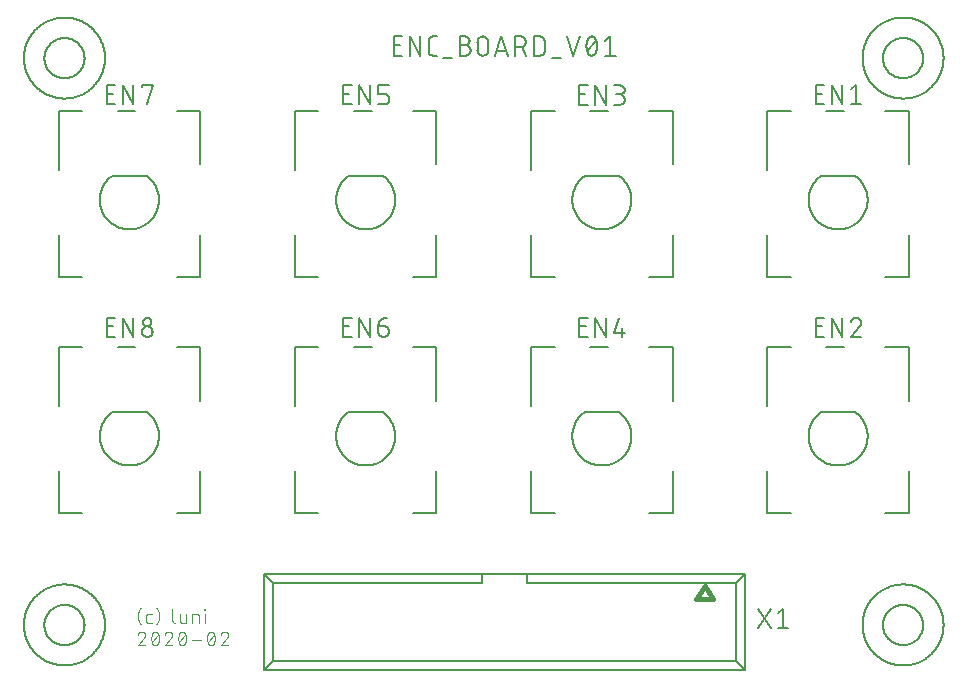
<source format=gbr>
G04 EAGLE Gerber RS-274X export*
G75*
%MOMM*%
%FSLAX34Y34*%
%LPD*%
%INSilkscreen Top*%
%IPPOS*%
%AMOC8*
5,1,8,0,0,1.08239X$1,22.5*%
G01*
%ADD10C,0.152400*%
%ADD11C,0.101600*%
%ADD12C,0.127000*%
%ADD13C,0.203200*%
%ADD14C,0.406400*%


D10*
X326116Y522097D02*
X318891Y522097D01*
X318891Y538353D01*
X326116Y538353D01*
X324310Y531128D02*
X318891Y531128D01*
X332408Y538353D02*
X332408Y522097D01*
X341439Y522097D02*
X332408Y538353D01*
X341439Y538353D02*
X341439Y522097D01*
X352133Y522097D02*
X355746Y522097D01*
X352133Y522097D02*
X352015Y522099D01*
X351897Y522105D01*
X351779Y522114D01*
X351662Y522128D01*
X351545Y522145D01*
X351428Y522166D01*
X351313Y522191D01*
X351198Y522220D01*
X351084Y522253D01*
X350972Y522289D01*
X350861Y522329D01*
X350751Y522372D01*
X350642Y522419D01*
X350535Y522469D01*
X350430Y522524D01*
X350327Y522581D01*
X350226Y522642D01*
X350126Y522706D01*
X350029Y522773D01*
X349934Y522843D01*
X349842Y522917D01*
X349751Y522993D01*
X349664Y523073D01*
X349579Y523155D01*
X349497Y523240D01*
X349417Y523327D01*
X349341Y523418D01*
X349267Y523510D01*
X349197Y523605D01*
X349130Y523702D01*
X349066Y523802D01*
X349005Y523903D01*
X348948Y524006D01*
X348893Y524111D01*
X348843Y524218D01*
X348796Y524327D01*
X348753Y524437D01*
X348713Y524548D01*
X348677Y524660D01*
X348644Y524774D01*
X348615Y524889D01*
X348590Y525004D01*
X348569Y525121D01*
X348552Y525238D01*
X348538Y525355D01*
X348529Y525473D01*
X348523Y525591D01*
X348521Y525709D01*
X348521Y534741D01*
X348523Y534859D01*
X348529Y534977D01*
X348538Y535095D01*
X348552Y535212D01*
X348569Y535329D01*
X348590Y535446D01*
X348615Y535561D01*
X348644Y535676D01*
X348677Y535790D01*
X348713Y535902D01*
X348753Y536013D01*
X348796Y536123D01*
X348843Y536232D01*
X348893Y536339D01*
X348947Y536444D01*
X349005Y536547D01*
X349066Y536648D01*
X349130Y536748D01*
X349197Y536845D01*
X349267Y536940D01*
X349341Y537032D01*
X349417Y537123D01*
X349497Y537210D01*
X349579Y537295D01*
X349664Y537377D01*
X349751Y537457D01*
X349842Y537533D01*
X349934Y537607D01*
X350029Y537677D01*
X350126Y537744D01*
X350226Y537808D01*
X350327Y537869D01*
X350430Y537926D01*
X350535Y537980D01*
X350642Y538031D01*
X350751Y538078D01*
X350861Y538121D01*
X350972Y538161D01*
X351084Y538197D01*
X351198Y538230D01*
X351313Y538259D01*
X351428Y538284D01*
X351545Y538305D01*
X351662Y538322D01*
X351779Y538336D01*
X351897Y538345D01*
X352015Y538351D01*
X352133Y538353D01*
X355746Y538353D01*
X360926Y520291D02*
X368151Y520291D01*
X374823Y531128D02*
X379339Y531128D01*
X379339Y531129D02*
X379472Y531127D01*
X379604Y531121D01*
X379736Y531111D01*
X379868Y531098D01*
X380000Y531080D01*
X380130Y531059D01*
X380261Y531034D01*
X380390Y531005D01*
X380518Y530972D01*
X380646Y530936D01*
X380772Y530896D01*
X380897Y530852D01*
X381021Y530804D01*
X381143Y530753D01*
X381264Y530698D01*
X381383Y530640D01*
X381501Y530578D01*
X381616Y530513D01*
X381730Y530444D01*
X381841Y530373D01*
X381950Y530297D01*
X382057Y530219D01*
X382162Y530138D01*
X382264Y530053D01*
X382364Y529966D01*
X382461Y529876D01*
X382556Y529783D01*
X382647Y529687D01*
X382736Y529589D01*
X382822Y529488D01*
X382905Y529384D01*
X382985Y529278D01*
X383061Y529170D01*
X383135Y529060D01*
X383205Y528947D01*
X383272Y528833D01*
X383335Y528716D01*
X383395Y528598D01*
X383452Y528478D01*
X383505Y528356D01*
X383554Y528233D01*
X383600Y528109D01*
X383642Y527983D01*
X383680Y527856D01*
X383715Y527728D01*
X383746Y527599D01*
X383773Y527470D01*
X383796Y527339D01*
X383816Y527208D01*
X383831Y527076D01*
X383843Y526944D01*
X383851Y526812D01*
X383855Y526679D01*
X383855Y526547D01*
X383851Y526414D01*
X383843Y526282D01*
X383831Y526150D01*
X383816Y526018D01*
X383796Y525887D01*
X383773Y525756D01*
X383746Y525627D01*
X383715Y525498D01*
X383680Y525370D01*
X383642Y525243D01*
X383600Y525117D01*
X383554Y524993D01*
X383505Y524870D01*
X383452Y524748D01*
X383395Y524628D01*
X383335Y524510D01*
X383272Y524393D01*
X383205Y524279D01*
X383135Y524166D01*
X383061Y524056D01*
X382985Y523948D01*
X382905Y523842D01*
X382822Y523738D01*
X382736Y523637D01*
X382647Y523539D01*
X382556Y523443D01*
X382461Y523350D01*
X382364Y523260D01*
X382264Y523173D01*
X382162Y523088D01*
X382057Y523007D01*
X381950Y522929D01*
X381841Y522853D01*
X381730Y522782D01*
X381616Y522713D01*
X381501Y522648D01*
X381383Y522586D01*
X381264Y522528D01*
X381143Y522473D01*
X381021Y522422D01*
X380897Y522374D01*
X380772Y522330D01*
X380646Y522290D01*
X380518Y522254D01*
X380390Y522221D01*
X380261Y522192D01*
X380130Y522167D01*
X380000Y522146D01*
X379868Y522128D01*
X379736Y522115D01*
X379604Y522105D01*
X379472Y522099D01*
X379339Y522097D01*
X374823Y522097D01*
X374823Y538353D01*
X379339Y538353D01*
X379458Y538351D01*
X379578Y538345D01*
X379697Y538335D01*
X379815Y538321D01*
X379934Y538304D01*
X380051Y538282D01*
X380168Y538257D01*
X380283Y538227D01*
X380398Y538194D01*
X380512Y538157D01*
X380624Y538117D01*
X380735Y538072D01*
X380844Y538024D01*
X380952Y537973D01*
X381058Y537918D01*
X381162Y537859D01*
X381264Y537797D01*
X381364Y537732D01*
X381462Y537663D01*
X381558Y537591D01*
X381651Y537516D01*
X381741Y537439D01*
X381829Y537358D01*
X381914Y537274D01*
X381996Y537187D01*
X382076Y537098D01*
X382152Y537006D01*
X382226Y536912D01*
X382296Y536815D01*
X382363Y536717D01*
X382427Y536616D01*
X382487Y536512D01*
X382544Y536407D01*
X382597Y536300D01*
X382647Y536192D01*
X382693Y536082D01*
X382735Y535970D01*
X382774Y535857D01*
X382809Y535743D01*
X382840Y535628D01*
X382868Y535511D01*
X382891Y535394D01*
X382911Y535277D01*
X382927Y535158D01*
X382939Y535039D01*
X382947Y534920D01*
X382951Y534801D01*
X382951Y534681D01*
X382947Y534562D01*
X382939Y534443D01*
X382927Y534324D01*
X382911Y534205D01*
X382891Y534088D01*
X382868Y533971D01*
X382840Y533854D01*
X382809Y533739D01*
X382774Y533625D01*
X382735Y533512D01*
X382693Y533400D01*
X382647Y533290D01*
X382597Y533182D01*
X382544Y533075D01*
X382487Y532970D01*
X382427Y532866D01*
X382363Y532765D01*
X382296Y532667D01*
X382226Y532570D01*
X382152Y532476D01*
X382076Y532384D01*
X381996Y532295D01*
X381914Y532208D01*
X381829Y532124D01*
X381741Y532043D01*
X381651Y531966D01*
X381558Y531891D01*
X381462Y531819D01*
X381364Y531750D01*
X381264Y531685D01*
X381162Y531623D01*
X381058Y531564D01*
X380952Y531509D01*
X380844Y531458D01*
X380735Y531410D01*
X380624Y531365D01*
X380512Y531325D01*
X380398Y531288D01*
X380283Y531255D01*
X380168Y531225D01*
X380051Y531200D01*
X379934Y531178D01*
X379815Y531161D01*
X379697Y531147D01*
X379578Y531137D01*
X379458Y531131D01*
X379339Y531129D01*
X389723Y533837D02*
X389723Y526613D01*
X389722Y533837D02*
X389724Y533970D01*
X389730Y534102D01*
X389740Y534234D01*
X389753Y534366D01*
X389771Y534498D01*
X389792Y534628D01*
X389817Y534759D01*
X389846Y534888D01*
X389879Y535016D01*
X389915Y535144D01*
X389955Y535270D01*
X389999Y535395D01*
X390047Y535519D01*
X390098Y535641D01*
X390153Y535762D01*
X390211Y535881D01*
X390273Y535999D01*
X390338Y536114D01*
X390407Y536228D01*
X390478Y536339D01*
X390554Y536448D01*
X390632Y536555D01*
X390713Y536660D01*
X390798Y536762D01*
X390885Y536862D01*
X390975Y536959D01*
X391068Y537054D01*
X391164Y537145D01*
X391262Y537234D01*
X391363Y537320D01*
X391467Y537403D01*
X391573Y537483D01*
X391681Y537559D01*
X391791Y537633D01*
X391904Y537703D01*
X392018Y537770D01*
X392135Y537833D01*
X392253Y537893D01*
X392373Y537950D01*
X392495Y538003D01*
X392618Y538052D01*
X392742Y538098D01*
X392868Y538140D01*
X392995Y538178D01*
X393123Y538213D01*
X393252Y538244D01*
X393381Y538271D01*
X393512Y538294D01*
X393643Y538314D01*
X393775Y538329D01*
X393907Y538341D01*
X394039Y538349D01*
X394172Y538353D01*
X394304Y538353D01*
X394437Y538349D01*
X394569Y538341D01*
X394701Y538329D01*
X394833Y538314D01*
X394964Y538294D01*
X395095Y538271D01*
X395224Y538244D01*
X395353Y538213D01*
X395481Y538178D01*
X395608Y538140D01*
X395734Y538098D01*
X395858Y538052D01*
X395981Y538003D01*
X396103Y537950D01*
X396223Y537893D01*
X396341Y537833D01*
X396458Y537770D01*
X396572Y537703D01*
X396685Y537633D01*
X396795Y537559D01*
X396903Y537483D01*
X397009Y537403D01*
X397113Y537320D01*
X397214Y537234D01*
X397312Y537145D01*
X397408Y537054D01*
X397501Y536959D01*
X397591Y536862D01*
X397678Y536762D01*
X397763Y536660D01*
X397844Y536555D01*
X397922Y536448D01*
X397998Y536339D01*
X398069Y536228D01*
X398138Y536114D01*
X398203Y535999D01*
X398265Y535881D01*
X398323Y535762D01*
X398378Y535641D01*
X398429Y535519D01*
X398477Y535395D01*
X398521Y535270D01*
X398561Y535144D01*
X398597Y535016D01*
X398630Y534888D01*
X398659Y534759D01*
X398684Y534628D01*
X398705Y534498D01*
X398723Y534366D01*
X398736Y534234D01*
X398746Y534102D01*
X398752Y533970D01*
X398754Y533837D01*
X398754Y526613D01*
X398752Y526480D01*
X398746Y526348D01*
X398736Y526216D01*
X398723Y526084D01*
X398705Y525952D01*
X398684Y525822D01*
X398659Y525691D01*
X398630Y525562D01*
X398597Y525434D01*
X398561Y525306D01*
X398521Y525180D01*
X398477Y525055D01*
X398429Y524931D01*
X398378Y524809D01*
X398323Y524688D01*
X398265Y524569D01*
X398203Y524451D01*
X398138Y524336D01*
X398069Y524222D01*
X397998Y524111D01*
X397922Y524002D01*
X397844Y523895D01*
X397763Y523790D01*
X397678Y523688D01*
X397591Y523588D01*
X397501Y523491D01*
X397408Y523396D01*
X397312Y523305D01*
X397214Y523216D01*
X397113Y523130D01*
X397009Y523047D01*
X396903Y522967D01*
X396795Y522891D01*
X396685Y522817D01*
X396572Y522747D01*
X396458Y522680D01*
X396341Y522617D01*
X396223Y522557D01*
X396103Y522500D01*
X395981Y522447D01*
X395858Y522398D01*
X395734Y522352D01*
X395608Y522310D01*
X395481Y522272D01*
X395353Y522237D01*
X395224Y522206D01*
X395095Y522179D01*
X394964Y522156D01*
X394833Y522136D01*
X394701Y522121D01*
X394569Y522109D01*
X394437Y522101D01*
X394304Y522097D01*
X394172Y522097D01*
X394039Y522101D01*
X393907Y522109D01*
X393775Y522121D01*
X393643Y522136D01*
X393512Y522156D01*
X393381Y522179D01*
X393252Y522206D01*
X393123Y522237D01*
X392995Y522272D01*
X392868Y522310D01*
X392742Y522352D01*
X392618Y522398D01*
X392495Y522447D01*
X392373Y522500D01*
X392253Y522557D01*
X392135Y522617D01*
X392018Y522680D01*
X391904Y522747D01*
X391791Y522817D01*
X391681Y522891D01*
X391573Y522967D01*
X391467Y523047D01*
X391363Y523130D01*
X391262Y523216D01*
X391164Y523305D01*
X391068Y523396D01*
X390975Y523491D01*
X390885Y523588D01*
X390798Y523688D01*
X390713Y523790D01*
X390632Y523895D01*
X390554Y524002D01*
X390478Y524111D01*
X390407Y524222D01*
X390338Y524336D01*
X390273Y524451D01*
X390211Y524569D01*
X390153Y524688D01*
X390098Y524809D01*
X390047Y524931D01*
X389999Y525055D01*
X389955Y525180D01*
X389915Y525306D01*
X389879Y525434D01*
X389846Y525562D01*
X389817Y525691D01*
X389792Y525822D01*
X389771Y525952D01*
X389753Y526084D01*
X389740Y526216D01*
X389730Y526348D01*
X389724Y526480D01*
X389722Y526613D01*
X404451Y522097D02*
X409869Y538353D01*
X415288Y522097D01*
X413933Y526161D02*
X405805Y526161D01*
X421598Y522097D02*
X421598Y538353D01*
X426113Y538353D01*
X426246Y538351D01*
X426378Y538345D01*
X426510Y538335D01*
X426642Y538322D01*
X426774Y538304D01*
X426904Y538283D01*
X427035Y538258D01*
X427164Y538229D01*
X427292Y538196D01*
X427420Y538160D01*
X427546Y538120D01*
X427671Y538076D01*
X427795Y538028D01*
X427917Y537977D01*
X428038Y537922D01*
X428157Y537864D01*
X428275Y537802D01*
X428390Y537737D01*
X428504Y537668D01*
X428615Y537597D01*
X428724Y537521D01*
X428831Y537443D01*
X428936Y537362D01*
X429038Y537277D01*
X429138Y537190D01*
X429235Y537100D01*
X429330Y537007D01*
X429421Y536911D01*
X429510Y536813D01*
X429596Y536712D01*
X429679Y536608D01*
X429759Y536502D01*
X429835Y536394D01*
X429909Y536284D01*
X429979Y536171D01*
X430046Y536057D01*
X430109Y535940D01*
X430169Y535822D01*
X430226Y535702D01*
X430279Y535580D01*
X430328Y535457D01*
X430374Y535333D01*
X430416Y535207D01*
X430454Y535080D01*
X430489Y534952D01*
X430520Y534823D01*
X430547Y534694D01*
X430570Y534563D01*
X430590Y534432D01*
X430605Y534300D01*
X430617Y534168D01*
X430625Y534036D01*
X430629Y533903D01*
X430629Y533771D01*
X430625Y533638D01*
X430617Y533506D01*
X430605Y533374D01*
X430590Y533242D01*
X430570Y533111D01*
X430547Y532980D01*
X430520Y532851D01*
X430489Y532722D01*
X430454Y532594D01*
X430416Y532467D01*
X430374Y532341D01*
X430328Y532217D01*
X430279Y532094D01*
X430226Y531972D01*
X430169Y531852D01*
X430109Y531734D01*
X430046Y531617D01*
X429979Y531503D01*
X429909Y531390D01*
X429835Y531280D01*
X429759Y531172D01*
X429679Y531066D01*
X429596Y530962D01*
X429510Y530861D01*
X429421Y530763D01*
X429330Y530667D01*
X429235Y530574D01*
X429138Y530484D01*
X429038Y530397D01*
X428936Y530312D01*
X428831Y530231D01*
X428724Y530153D01*
X428615Y530077D01*
X428504Y530006D01*
X428390Y529937D01*
X428275Y529872D01*
X428157Y529810D01*
X428038Y529752D01*
X427917Y529697D01*
X427795Y529646D01*
X427671Y529598D01*
X427546Y529554D01*
X427420Y529514D01*
X427292Y529478D01*
X427164Y529445D01*
X427035Y529416D01*
X426904Y529391D01*
X426774Y529370D01*
X426642Y529352D01*
X426510Y529339D01*
X426378Y529329D01*
X426246Y529323D01*
X426113Y529321D01*
X426113Y529322D02*
X421598Y529322D01*
X427016Y529322D02*
X430629Y522097D01*
X437658Y522097D02*
X437658Y538353D01*
X442174Y538353D01*
X442305Y538351D01*
X442437Y538345D01*
X442568Y538336D01*
X442698Y538322D01*
X442829Y538305D01*
X442958Y538284D01*
X443087Y538260D01*
X443215Y538231D01*
X443343Y538199D01*
X443469Y538163D01*
X443594Y538124D01*
X443719Y538081D01*
X443841Y538034D01*
X443963Y537984D01*
X444083Y537930D01*
X444201Y537873D01*
X444317Y537812D01*
X444432Y537748D01*
X444545Y537681D01*
X444656Y537610D01*
X444764Y537536D01*
X444871Y537459D01*
X444975Y537379D01*
X445077Y537296D01*
X445176Y537211D01*
X445273Y537122D01*
X445367Y537030D01*
X445459Y536936D01*
X445548Y536839D01*
X445633Y536740D01*
X445716Y536638D01*
X445796Y536534D01*
X445873Y536427D01*
X445947Y536319D01*
X446018Y536208D01*
X446085Y536095D01*
X446149Y535980D01*
X446210Y535864D01*
X446267Y535746D01*
X446321Y535626D01*
X446371Y535504D01*
X446418Y535382D01*
X446461Y535257D01*
X446500Y535132D01*
X446536Y535006D01*
X446568Y534878D01*
X446597Y534750D01*
X446621Y534621D01*
X446642Y534492D01*
X446659Y534361D01*
X446673Y534231D01*
X446682Y534100D01*
X446688Y533968D01*
X446690Y533837D01*
X446690Y526613D01*
X446688Y526482D01*
X446682Y526350D01*
X446673Y526219D01*
X446659Y526089D01*
X446642Y525958D01*
X446621Y525829D01*
X446597Y525700D01*
X446568Y525572D01*
X446536Y525444D01*
X446500Y525318D01*
X446461Y525193D01*
X446418Y525068D01*
X446371Y524946D01*
X446321Y524824D01*
X446267Y524704D01*
X446210Y524586D01*
X446149Y524470D01*
X446085Y524355D01*
X446018Y524242D01*
X445947Y524131D01*
X445873Y524023D01*
X445796Y523916D01*
X445716Y523812D01*
X445633Y523710D01*
X445548Y523611D01*
X445459Y523514D01*
X445367Y523420D01*
X445273Y523328D01*
X445176Y523239D01*
X445077Y523154D01*
X444975Y523071D01*
X444871Y522991D01*
X444764Y522914D01*
X444656Y522840D01*
X444545Y522769D01*
X444432Y522702D01*
X444317Y522638D01*
X444201Y522577D01*
X444083Y522520D01*
X443963Y522466D01*
X443841Y522416D01*
X443719Y522369D01*
X443594Y522326D01*
X443469Y522287D01*
X443343Y522251D01*
X443215Y522219D01*
X443087Y522190D01*
X442958Y522166D01*
X442828Y522145D01*
X442698Y522128D01*
X442568Y522114D01*
X442437Y522105D01*
X442305Y522099D01*
X442174Y522097D01*
X437658Y522097D01*
X453151Y520291D02*
X460376Y520291D01*
X470831Y522097D02*
X465413Y538353D01*
X476250Y538353D02*
X470831Y522097D01*
X481947Y530225D02*
X481951Y530545D01*
X481962Y530864D01*
X481981Y531184D01*
X482008Y531502D01*
X482042Y531820D01*
X482084Y532137D01*
X482134Y532453D01*
X482191Y532768D01*
X482255Y533081D01*
X482327Y533393D01*
X482406Y533703D01*
X482493Y534010D01*
X482587Y534316D01*
X482688Y534619D01*
X482797Y534920D01*
X482912Y535218D01*
X483035Y535514D01*
X483165Y535806D01*
X483302Y536095D01*
X483301Y536096D02*
X483340Y536204D01*
X483383Y536311D01*
X483429Y536416D01*
X483480Y536520D01*
X483533Y536622D01*
X483590Y536722D01*
X483651Y536820D01*
X483715Y536915D01*
X483782Y537009D01*
X483853Y537100D01*
X483926Y537189D01*
X484003Y537275D01*
X484082Y537358D01*
X484164Y537439D01*
X484249Y537517D01*
X484337Y537591D01*
X484427Y537663D01*
X484519Y537731D01*
X484614Y537797D01*
X484711Y537859D01*
X484810Y537917D01*
X484912Y537973D01*
X485014Y538024D01*
X485119Y538072D01*
X485225Y538117D01*
X485333Y538158D01*
X485442Y538195D01*
X485552Y538228D01*
X485664Y538257D01*
X485776Y538283D01*
X485889Y538305D01*
X486003Y538322D01*
X486117Y538336D01*
X486232Y538346D01*
X486347Y538352D01*
X486462Y538354D01*
X486462Y538353D02*
X486577Y538351D01*
X486692Y538345D01*
X486807Y538335D01*
X486921Y538321D01*
X487035Y538304D01*
X487148Y538282D01*
X487260Y538256D01*
X487372Y538227D01*
X487482Y538194D01*
X487591Y538157D01*
X487699Y538116D01*
X487805Y538071D01*
X487910Y538023D01*
X488012Y537972D01*
X488113Y537916D01*
X488213Y537858D01*
X488310Y537796D01*
X488404Y537731D01*
X488497Y537662D01*
X488587Y537590D01*
X488675Y537516D01*
X488760Y537438D01*
X488842Y537357D01*
X488921Y537274D01*
X488998Y537188D01*
X489071Y537099D01*
X489142Y537008D01*
X489209Y536914D01*
X489273Y536819D01*
X489334Y536721D01*
X489391Y536621D01*
X489444Y536519D01*
X489495Y536415D01*
X489541Y536310D01*
X489584Y536203D01*
X489623Y536095D01*
X489760Y535806D01*
X489890Y535514D01*
X490013Y535218D01*
X490128Y534920D01*
X490237Y534619D01*
X490338Y534316D01*
X490432Y534010D01*
X490519Y533703D01*
X490598Y533393D01*
X490670Y533081D01*
X490734Y532768D01*
X490791Y532453D01*
X490841Y532137D01*
X490883Y531820D01*
X490917Y531502D01*
X490944Y531184D01*
X490963Y530864D01*
X490974Y530545D01*
X490978Y530225D01*
X481947Y530225D02*
X481951Y529905D01*
X481962Y529586D01*
X481981Y529266D01*
X482008Y528948D01*
X482042Y528630D01*
X482084Y528313D01*
X482134Y527997D01*
X482191Y527682D01*
X482255Y527369D01*
X482327Y527057D01*
X482406Y526747D01*
X482493Y526440D01*
X482587Y526134D01*
X482688Y525831D01*
X482797Y525530D01*
X482912Y525232D01*
X483035Y524936D01*
X483165Y524644D01*
X483302Y524355D01*
X483301Y524355D02*
X483340Y524247D01*
X483383Y524140D01*
X483429Y524035D01*
X483480Y523931D01*
X483533Y523829D01*
X483590Y523729D01*
X483651Y523631D01*
X483715Y523536D01*
X483782Y523442D01*
X483853Y523351D01*
X483926Y523262D01*
X484003Y523176D01*
X484082Y523093D01*
X484164Y523012D01*
X484249Y522934D01*
X484337Y522860D01*
X484427Y522788D01*
X484520Y522719D01*
X484614Y522654D01*
X484711Y522592D01*
X484811Y522534D01*
X484912Y522478D01*
X485014Y522427D01*
X485119Y522379D01*
X485225Y522334D01*
X485333Y522293D01*
X485442Y522256D01*
X485552Y522223D01*
X485664Y522194D01*
X485776Y522168D01*
X485889Y522146D01*
X486003Y522129D01*
X486117Y522115D01*
X486232Y522105D01*
X486347Y522099D01*
X486462Y522097D01*
X489623Y524355D02*
X489760Y524644D01*
X489890Y524936D01*
X490013Y525232D01*
X490128Y525530D01*
X490237Y525831D01*
X490338Y526134D01*
X490432Y526440D01*
X490519Y526747D01*
X490598Y527057D01*
X490670Y527369D01*
X490734Y527682D01*
X490791Y527997D01*
X490841Y528313D01*
X490883Y528630D01*
X490917Y528948D01*
X490944Y529266D01*
X490963Y529586D01*
X490974Y529905D01*
X490978Y530225D01*
X489623Y524355D02*
X489584Y524247D01*
X489541Y524140D01*
X489495Y524035D01*
X489444Y523931D01*
X489391Y523829D01*
X489334Y523729D01*
X489273Y523631D01*
X489209Y523536D01*
X489142Y523442D01*
X489071Y523351D01*
X488998Y523262D01*
X488921Y523176D01*
X488842Y523093D01*
X488760Y523012D01*
X488675Y522934D01*
X488587Y522860D01*
X488497Y522788D01*
X488404Y522719D01*
X488310Y522654D01*
X488213Y522592D01*
X488113Y522534D01*
X488012Y522478D01*
X487909Y522427D01*
X487805Y522379D01*
X487699Y522334D01*
X487591Y522293D01*
X487482Y522256D01*
X487372Y522223D01*
X487260Y522194D01*
X487148Y522168D01*
X487035Y522146D01*
X486921Y522129D01*
X486807Y522115D01*
X486692Y522105D01*
X486577Y522099D01*
X486462Y522097D01*
X482850Y525709D02*
X490075Y534741D01*
X497578Y534741D02*
X502094Y538353D01*
X502094Y522097D01*
X506609Y522097D02*
X497578Y522097D01*
D11*
X104704Y54765D02*
X104535Y54558D01*
X104371Y54347D01*
X104212Y54132D01*
X104058Y53914D01*
X103909Y53691D01*
X103766Y53466D01*
X103628Y53237D01*
X103496Y53004D01*
X103370Y52769D01*
X103249Y52530D01*
X103134Y52289D01*
X103024Y52045D01*
X102921Y51798D01*
X102824Y51549D01*
X102732Y51298D01*
X102647Y51045D01*
X102568Y50789D01*
X102495Y50532D01*
X102428Y50273D01*
X102367Y50013D01*
X102313Y49751D01*
X102265Y49488D01*
X102224Y49224D01*
X102188Y48959D01*
X102159Y48693D01*
X102137Y48426D01*
X102121Y48160D01*
X102111Y47892D01*
X102108Y47625D01*
X102111Y47358D01*
X102121Y47090D01*
X102137Y46824D01*
X102159Y46557D01*
X102188Y46291D01*
X102224Y46026D01*
X102265Y45762D01*
X102313Y45499D01*
X102367Y45237D01*
X102428Y44977D01*
X102495Y44718D01*
X102568Y44461D01*
X102647Y44206D01*
X102732Y43952D01*
X102824Y43701D01*
X102921Y43452D01*
X103024Y43205D01*
X103134Y42961D01*
X103249Y42720D01*
X103370Y42481D01*
X103496Y42246D01*
X103628Y42013D01*
X103766Y41784D01*
X103909Y41559D01*
X104058Y41336D01*
X104212Y41118D01*
X104371Y40903D01*
X104535Y40692D01*
X104704Y40485D01*
X111123Y41783D02*
X113719Y41783D01*
X111123Y41783D02*
X111036Y41785D01*
X110948Y41791D01*
X110862Y41801D01*
X110775Y41814D01*
X110690Y41832D01*
X110605Y41853D01*
X110521Y41878D01*
X110439Y41907D01*
X110358Y41940D01*
X110278Y41976D01*
X110200Y42015D01*
X110124Y42059D01*
X110050Y42105D01*
X109979Y42155D01*
X109909Y42208D01*
X109842Y42264D01*
X109778Y42323D01*
X109716Y42385D01*
X109657Y42449D01*
X109601Y42516D01*
X109548Y42586D01*
X109498Y42657D01*
X109452Y42731D01*
X109408Y42807D01*
X109369Y42885D01*
X109333Y42965D01*
X109300Y43046D01*
X109271Y43128D01*
X109246Y43212D01*
X109225Y43297D01*
X109207Y43382D01*
X109194Y43469D01*
X109184Y43555D01*
X109178Y43643D01*
X109176Y43730D01*
X109176Y47625D01*
X109178Y47712D01*
X109184Y47800D01*
X109194Y47886D01*
X109207Y47973D01*
X109225Y48058D01*
X109246Y48143D01*
X109271Y48227D01*
X109300Y48309D01*
X109333Y48390D01*
X109369Y48470D01*
X109408Y48548D01*
X109452Y48624D01*
X109498Y48698D01*
X109548Y48769D01*
X109601Y48839D01*
X109657Y48906D01*
X109716Y48970D01*
X109778Y49032D01*
X109842Y49091D01*
X109909Y49147D01*
X109979Y49200D01*
X110050Y49250D01*
X110124Y49296D01*
X110200Y49340D01*
X110278Y49379D01*
X110358Y49415D01*
X110439Y49448D01*
X110521Y49477D01*
X110605Y49502D01*
X110690Y49523D01*
X110775Y49541D01*
X110862Y49554D01*
X110948Y49564D01*
X111036Y49570D01*
X111123Y49572D01*
X113719Y49572D01*
X120266Y47625D02*
X120263Y47358D01*
X120253Y47090D01*
X120237Y46824D01*
X120215Y46557D01*
X120186Y46291D01*
X120150Y46026D01*
X120109Y45762D01*
X120061Y45499D01*
X120007Y45237D01*
X119946Y44977D01*
X119879Y44718D01*
X119806Y44461D01*
X119727Y44206D01*
X119642Y43952D01*
X119550Y43701D01*
X119453Y43452D01*
X119350Y43205D01*
X119240Y42961D01*
X119125Y42720D01*
X119004Y42481D01*
X118878Y42246D01*
X118746Y42013D01*
X118608Y41784D01*
X118465Y41559D01*
X118316Y41336D01*
X118162Y41118D01*
X118003Y40903D01*
X117839Y40692D01*
X117670Y40485D01*
X120266Y47625D02*
X120263Y47892D01*
X120253Y48160D01*
X120237Y48426D01*
X120215Y48693D01*
X120186Y48959D01*
X120150Y49224D01*
X120109Y49488D01*
X120061Y49751D01*
X120007Y50013D01*
X119946Y50273D01*
X119879Y50532D01*
X119806Y50789D01*
X119727Y51045D01*
X119642Y51298D01*
X119550Y51549D01*
X119453Y51798D01*
X119350Y52045D01*
X119240Y52289D01*
X119125Y52530D01*
X119004Y52769D01*
X118878Y53004D01*
X118746Y53237D01*
X118608Y53466D01*
X118465Y53691D01*
X118316Y53914D01*
X118162Y54132D01*
X118003Y54347D01*
X117839Y54558D01*
X117670Y54765D01*
X131410Y53467D02*
X131410Y43730D01*
X131412Y43643D01*
X131418Y43555D01*
X131428Y43469D01*
X131441Y43382D01*
X131459Y43297D01*
X131480Y43212D01*
X131505Y43128D01*
X131534Y43046D01*
X131567Y42965D01*
X131603Y42885D01*
X131642Y42807D01*
X131686Y42731D01*
X131732Y42657D01*
X131782Y42586D01*
X131835Y42516D01*
X131891Y42449D01*
X131950Y42385D01*
X132012Y42323D01*
X132076Y42264D01*
X132143Y42208D01*
X132213Y42155D01*
X132284Y42105D01*
X132358Y42059D01*
X132434Y42015D01*
X132512Y41976D01*
X132592Y41940D01*
X132673Y41907D01*
X132755Y41878D01*
X132839Y41853D01*
X132924Y41832D01*
X133009Y41814D01*
X133096Y41801D01*
X133182Y41791D01*
X133270Y41785D01*
X133357Y41783D01*
X137737Y43730D02*
X137737Y49572D01*
X137738Y43730D02*
X137740Y43643D01*
X137746Y43555D01*
X137756Y43469D01*
X137769Y43382D01*
X137787Y43297D01*
X137808Y43212D01*
X137833Y43128D01*
X137862Y43046D01*
X137895Y42965D01*
X137931Y42885D01*
X137970Y42807D01*
X138014Y42731D01*
X138060Y42657D01*
X138110Y42586D01*
X138163Y42516D01*
X138219Y42449D01*
X138278Y42385D01*
X138340Y42323D01*
X138404Y42264D01*
X138471Y42208D01*
X138541Y42155D01*
X138612Y42105D01*
X138686Y42059D01*
X138762Y42015D01*
X138840Y41976D01*
X138920Y41940D01*
X139001Y41907D01*
X139083Y41878D01*
X139167Y41853D01*
X139252Y41832D01*
X139337Y41814D01*
X139424Y41801D01*
X139510Y41791D01*
X139598Y41785D01*
X139685Y41783D01*
X142930Y41783D01*
X142930Y49572D01*
X148405Y49572D02*
X148405Y41783D01*
X148405Y49572D02*
X151651Y49572D01*
X151738Y49570D01*
X151826Y49564D01*
X151912Y49554D01*
X151999Y49541D01*
X152084Y49523D01*
X152169Y49502D01*
X152253Y49477D01*
X152335Y49448D01*
X152416Y49415D01*
X152496Y49379D01*
X152574Y49340D01*
X152650Y49296D01*
X152724Y49250D01*
X152795Y49200D01*
X152865Y49147D01*
X152932Y49091D01*
X152996Y49032D01*
X153058Y48971D01*
X153117Y48906D01*
X153173Y48839D01*
X153226Y48769D01*
X153276Y48698D01*
X153322Y48624D01*
X153366Y48548D01*
X153405Y48470D01*
X153441Y48390D01*
X153474Y48309D01*
X153503Y48227D01*
X153528Y48143D01*
X153549Y48058D01*
X153567Y47973D01*
X153580Y47886D01*
X153590Y47800D01*
X153596Y47712D01*
X153598Y47625D01*
X153598Y41783D01*
X158622Y41783D02*
X158622Y49572D01*
X158297Y52818D02*
X158297Y53467D01*
X158946Y53467D01*
X158946Y52818D01*
X158297Y52818D01*
X108599Y31496D02*
X108597Y31603D01*
X108591Y31709D01*
X108581Y31815D01*
X108568Y31921D01*
X108550Y32027D01*
X108529Y32131D01*
X108504Y32235D01*
X108475Y32338D01*
X108443Y32439D01*
X108406Y32539D01*
X108366Y32638D01*
X108323Y32736D01*
X108276Y32832D01*
X108225Y32926D01*
X108171Y33018D01*
X108114Y33108D01*
X108054Y33196D01*
X107990Y33281D01*
X107923Y33364D01*
X107853Y33445D01*
X107781Y33523D01*
X107705Y33599D01*
X107627Y33671D01*
X107546Y33741D01*
X107463Y33808D01*
X107378Y33872D01*
X107290Y33932D01*
X107200Y33989D01*
X107108Y34043D01*
X107014Y34094D01*
X106918Y34141D01*
X106820Y34184D01*
X106721Y34224D01*
X106621Y34261D01*
X106520Y34293D01*
X106417Y34322D01*
X106313Y34347D01*
X106209Y34368D01*
X106103Y34386D01*
X105997Y34399D01*
X105891Y34409D01*
X105785Y34415D01*
X105678Y34417D01*
X105557Y34415D01*
X105436Y34409D01*
X105316Y34399D01*
X105195Y34386D01*
X105076Y34368D01*
X104956Y34347D01*
X104838Y34322D01*
X104721Y34293D01*
X104604Y34260D01*
X104489Y34224D01*
X104375Y34183D01*
X104262Y34140D01*
X104150Y34092D01*
X104041Y34041D01*
X103933Y33986D01*
X103826Y33928D01*
X103722Y33867D01*
X103620Y33802D01*
X103520Y33734D01*
X103422Y33663D01*
X103326Y33589D01*
X103233Y33512D01*
X103143Y33431D01*
X103055Y33348D01*
X102970Y33262D01*
X102887Y33173D01*
X102808Y33082D01*
X102731Y32988D01*
X102658Y32892D01*
X102588Y32794D01*
X102521Y32693D01*
X102457Y32590D01*
X102397Y32485D01*
X102340Y32378D01*
X102286Y32270D01*
X102236Y32160D01*
X102190Y32048D01*
X102147Y31935D01*
X102108Y31820D01*
X107626Y29224D02*
X107705Y29301D01*
X107781Y29382D01*
X107854Y29465D01*
X107924Y29550D01*
X107991Y29638D01*
X108055Y29728D01*
X108115Y29820D01*
X108172Y29915D01*
X108226Y30011D01*
X108277Y30109D01*
X108324Y30209D01*
X108368Y30311D01*
X108408Y30414D01*
X108444Y30518D01*
X108476Y30624D01*
X108505Y30730D01*
X108530Y30838D01*
X108552Y30946D01*
X108569Y31056D01*
X108583Y31165D01*
X108592Y31275D01*
X108598Y31386D01*
X108600Y31496D01*
X107625Y29224D02*
X102108Y22733D01*
X108599Y22733D01*
X113538Y28575D02*
X113541Y28805D01*
X113549Y29035D01*
X113563Y29264D01*
X113582Y29493D01*
X113607Y29722D01*
X113637Y29949D01*
X113672Y30177D01*
X113713Y30403D01*
X113759Y30628D01*
X113811Y30852D01*
X113868Y31074D01*
X113930Y31296D01*
X113998Y31515D01*
X114071Y31733D01*
X114149Y31950D01*
X114232Y32164D01*
X114320Y32376D01*
X114413Y32586D01*
X114512Y32794D01*
X114545Y32884D01*
X114581Y32973D01*
X114621Y33061D01*
X114665Y33146D01*
X114712Y33230D01*
X114762Y33312D01*
X114816Y33392D01*
X114872Y33469D01*
X114932Y33545D01*
X114995Y33618D01*
X115060Y33688D01*
X115129Y33756D01*
X115200Y33820D01*
X115273Y33882D01*
X115349Y33941D01*
X115427Y33997D01*
X115508Y34050D01*
X115590Y34099D01*
X115674Y34145D01*
X115761Y34188D01*
X115848Y34227D01*
X115938Y34263D01*
X116028Y34295D01*
X116120Y34323D01*
X116213Y34348D01*
X116307Y34369D01*
X116401Y34386D01*
X116496Y34400D01*
X116592Y34409D01*
X116688Y34415D01*
X116784Y34417D01*
X116880Y34415D01*
X116976Y34409D01*
X117072Y34400D01*
X117167Y34386D01*
X117261Y34369D01*
X117355Y34348D01*
X117448Y34323D01*
X117540Y34295D01*
X117630Y34263D01*
X117720Y34227D01*
X117807Y34188D01*
X117894Y34145D01*
X117978Y34099D01*
X118060Y34050D01*
X118141Y33997D01*
X118219Y33941D01*
X118295Y33882D01*
X118368Y33820D01*
X118439Y33756D01*
X118508Y33688D01*
X118573Y33618D01*
X118636Y33545D01*
X118696Y33469D01*
X118752Y33392D01*
X118806Y33312D01*
X118856Y33230D01*
X118903Y33146D01*
X118947Y33061D01*
X118987Y32973D01*
X119023Y32884D01*
X119056Y32794D01*
X119155Y32587D01*
X119248Y32377D01*
X119336Y32164D01*
X119419Y31950D01*
X119497Y31734D01*
X119570Y31516D01*
X119638Y31296D01*
X119700Y31075D01*
X119757Y30852D01*
X119809Y30628D01*
X119855Y30403D01*
X119896Y30177D01*
X119931Y29950D01*
X119961Y29722D01*
X119986Y29493D01*
X120005Y29264D01*
X120019Y29035D01*
X120027Y28805D01*
X120030Y28575D01*
X113538Y28575D02*
X113541Y28345D01*
X113549Y28115D01*
X113563Y27886D01*
X113582Y27657D01*
X113607Y27428D01*
X113637Y27200D01*
X113672Y26973D01*
X113713Y26747D01*
X113759Y26522D01*
X113811Y26298D01*
X113868Y26075D01*
X113930Y25854D01*
X113998Y25634D01*
X114071Y25416D01*
X114149Y25200D01*
X114232Y24986D01*
X114320Y24774D01*
X114413Y24563D01*
X114512Y24356D01*
X114545Y24266D01*
X114581Y24177D01*
X114622Y24089D01*
X114665Y24004D01*
X114712Y23920D01*
X114762Y23838D01*
X114816Y23758D01*
X114872Y23681D01*
X114932Y23605D01*
X114995Y23532D01*
X115060Y23462D01*
X115129Y23394D01*
X115200Y23330D01*
X115273Y23268D01*
X115349Y23209D01*
X115427Y23153D01*
X115508Y23100D01*
X115590Y23051D01*
X115674Y23005D01*
X115761Y22962D01*
X115848Y22923D01*
X115938Y22887D01*
X116028Y22855D01*
X116120Y22827D01*
X116213Y22802D01*
X116307Y22781D01*
X116401Y22764D01*
X116496Y22750D01*
X116592Y22741D01*
X116688Y22735D01*
X116784Y22733D01*
X119055Y24356D02*
X119154Y24563D01*
X119247Y24774D01*
X119335Y24986D01*
X119418Y25200D01*
X119496Y25416D01*
X119569Y25634D01*
X119637Y25854D01*
X119699Y26075D01*
X119756Y26298D01*
X119808Y26522D01*
X119854Y26747D01*
X119895Y26973D01*
X119930Y27200D01*
X119960Y27428D01*
X119985Y27657D01*
X120004Y27886D01*
X120018Y28115D01*
X120026Y28345D01*
X120029Y28575D01*
X119056Y24356D02*
X119023Y24266D01*
X118987Y24177D01*
X118947Y24089D01*
X118903Y24004D01*
X118856Y23920D01*
X118806Y23838D01*
X118752Y23758D01*
X118696Y23681D01*
X118636Y23605D01*
X118573Y23532D01*
X118508Y23462D01*
X118439Y23394D01*
X118368Y23330D01*
X118295Y23268D01*
X118219Y23209D01*
X118141Y23153D01*
X118060Y23100D01*
X117978Y23051D01*
X117894Y23005D01*
X117807Y22962D01*
X117720Y22923D01*
X117630Y22887D01*
X117540Y22855D01*
X117448Y22827D01*
X117355Y22802D01*
X117261Y22781D01*
X117167Y22764D01*
X117072Y22750D01*
X116976Y22741D01*
X116880Y22735D01*
X116784Y22733D01*
X114187Y25329D02*
X119380Y31821D01*
X128538Y34417D02*
X128645Y34415D01*
X128751Y34409D01*
X128857Y34399D01*
X128963Y34386D01*
X129069Y34368D01*
X129173Y34347D01*
X129277Y34322D01*
X129380Y34293D01*
X129481Y34261D01*
X129581Y34224D01*
X129680Y34184D01*
X129778Y34141D01*
X129874Y34094D01*
X129968Y34043D01*
X130060Y33989D01*
X130150Y33932D01*
X130238Y33872D01*
X130323Y33808D01*
X130406Y33741D01*
X130487Y33671D01*
X130565Y33599D01*
X130641Y33523D01*
X130713Y33445D01*
X130783Y33364D01*
X130850Y33281D01*
X130914Y33196D01*
X130974Y33108D01*
X131031Y33018D01*
X131085Y32926D01*
X131136Y32832D01*
X131183Y32736D01*
X131226Y32638D01*
X131266Y32539D01*
X131303Y32439D01*
X131335Y32338D01*
X131364Y32235D01*
X131389Y32131D01*
X131410Y32027D01*
X131428Y31921D01*
X131441Y31815D01*
X131451Y31709D01*
X131457Y31603D01*
X131459Y31496D01*
X128538Y34417D02*
X128417Y34415D01*
X128296Y34409D01*
X128176Y34399D01*
X128055Y34386D01*
X127936Y34368D01*
X127816Y34347D01*
X127698Y34322D01*
X127581Y34293D01*
X127464Y34260D01*
X127349Y34224D01*
X127235Y34183D01*
X127122Y34140D01*
X127010Y34092D01*
X126901Y34041D01*
X126793Y33986D01*
X126686Y33928D01*
X126582Y33867D01*
X126480Y33802D01*
X126380Y33734D01*
X126282Y33663D01*
X126186Y33589D01*
X126093Y33512D01*
X126003Y33431D01*
X125915Y33348D01*
X125830Y33262D01*
X125747Y33173D01*
X125668Y33082D01*
X125591Y32988D01*
X125518Y32892D01*
X125448Y32794D01*
X125381Y32693D01*
X125317Y32590D01*
X125257Y32485D01*
X125200Y32378D01*
X125146Y32270D01*
X125096Y32160D01*
X125050Y32048D01*
X125007Y31935D01*
X124968Y31820D01*
X130486Y29224D02*
X130565Y29301D01*
X130641Y29382D01*
X130714Y29465D01*
X130784Y29550D01*
X130851Y29638D01*
X130915Y29728D01*
X130975Y29820D01*
X131032Y29915D01*
X131086Y30011D01*
X131137Y30109D01*
X131184Y30209D01*
X131228Y30311D01*
X131268Y30414D01*
X131304Y30518D01*
X131336Y30624D01*
X131365Y30730D01*
X131390Y30838D01*
X131412Y30946D01*
X131429Y31056D01*
X131443Y31165D01*
X131452Y31275D01*
X131458Y31386D01*
X131460Y31496D01*
X130485Y29224D02*
X124968Y22733D01*
X131459Y22733D01*
X136398Y28575D02*
X136401Y28805D01*
X136409Y29035D01*
X136423Y29264D01*
X136442Y29493D01*
X136467Y29722D01*
X136497Y29949D01*
X136532Y30177D01*
X136573Y30403D01*
X136619Y30628D01*
X136671Y30852D01*
X136728Y31074D01*
X136790Y31296D01*
X136858Y31515D01*
X136931Y31733D01*
X137009Y31950D01*
X137092Y32164D01*
X137180Y32376D01*
X137273Y32586D01*
X137372Y32794D01*
X137371Y32794D02*
X137404Y32884D01*
X137440Y32973D01*
X137480Y33061D01*
X137524Y33146D01*
X137571Y33230D01*
X137621Y33312D01*
X137675Y33392D01*
X137731Y33469D01*
X137791Y33545D01*
X137854Y33618D01*
X137919Y33688D01*
X137988Y33756D01*
X138059Y33820D01*
X138132Y33882D01*
X138208Y33941D01*
X138286Y33997D01*
X138367Y34050D01*
X138449Y34099D01*
X138533Y34145D01*
X138620Y34188D01*
X138707Y34227D01*
X138797Y34263D01*
X138887Y34295D01*
X138979Y34323D01*
X139072Y34348D01*
X139166Y34369D01*
X139260Y34386D01*
X139355Y34400D01*
X139451Y34409D01*
X139547Y34415D01*
X139643Y34417D01*
X139739Y34415D01*
X139835Y34409D01*
X139931Y34400D01*
X140026Y34386D01*
X140120Y34369D01*
X140214Y34348D01*
X140307Y34323D01*
X140399Y34295D01*
X140489Y34263D01*
X140579Y34227D01*
X140666Y34188D01*
X140753Y34145D01*
X140837Y34099D01*
X140919Y34050D01*
X141000Y33997D01*
X141078Y33941D01*
X141154Y33882D01*
X141227Y33820D01*
X141298Y33756D01*
X141367Y33688D01*
X141432Y33618D01*
X141495Y33545D01*
X141555Y33469D01*
X141611Y33392D01*
X141665Y33312D01*
X141715Y33230D01*
X141762Y33146D01*
X141806Y33061D01*
X141846Y32973D01*
X141882Y32884D01*
X141915Y32794D01*
X141916Y32794D02*
X142015Y32587D01*
X142108Y32377D01*
X142196Y32164D01*
X142279Y31950D01*
X142357Y31734D01*
X142430Y31516D01*
X142498Y31296D01*
X142560Y31075D01*
X142617Y30852D01*
X142669Y30628D01*
X142715Y30403D01*
X142756Y30177D01*
X142791Y29950D01*
X142821Y29722D01*
X142846Y29493D01*
X142865Y29264D01*
X142879Y29035D01*
X142887Y28805D01*
X142890Y28575D01*
X136398Y28575D02*
X136401Y28345D01*
X136409Y28115D01*
X136423Y27886D01*
X136442Y27657D01*
X136467Y27428D01*
X136497Y27200D01*
X136532Y26973D01*
X136573Y26747D01*
X136619Y26522D01*
X136671Y26298D01*
X136728Y26075D01*
X136790Y25854D01*
X136858Y25634D01*
X136931Y25416D01*
X137009Y25200D01*
X137092Y24986D01*
X137180Y24774D01*
X137273Y24563D01*
X137372Y24356D01*
X137371Y24356D02*
X137404Y24266D01*
X137440Y24177D01*
X137481Y24089D01*
X137524Y24004D01*
X137571Y23920D01*
X137621Y23838D01*
X137675Y23758D01*
X137731Y23681D01*
X137791Y23605D01*
X137854Y23532D01*
X137919Y23462D01*
X137988Y23394D01*
X138059Y23330D01*
X138132Y23268D01*
X138208Y23209D01*
X138286Y23153D01*
X138367Y23100D01*
X138449Y23051D01*
X138533Y23005D01*
X138620Y22962D01*
X138707Y22923D01*
X138797Y22887D01*
X138887Y22855D01*
X138979Y22827D01*
X139072Y22802D01*
X139166Y22781D01*
X139260Y22764D01*
X139355Y22750D01*
X139451Y22741D01*
X139547Y22735D01*
X139643Y22733D01*
X141915Y24356D02*
X142014Y24563D01*
X142107Y24774D01*
X142195Y24986D01*
X142278Y25200D01*
X142356Y25416D01*
X142429Y25634D01*
X142497Y25854D01*
X142559Y26075D01*
X142616Y26298D01*
X142668Y26522D01*
X142714Y26747D01*
X142755Y26973D01*
X142790Y27200D01*
X142820Y27428D01*
X142845Y27657D01*
X142864Y27886D01*
X142878Y28115D01*
X142886Y28345D01*
X142889Y28575D01*
X141915Y24356D02*
X141882Y24266D01*
X141846Y24177D01*
X141806Y24089D01*
X141762Y24004D01*
X141715Y23920D01*
X141665Y23838D01*
X141611Y23758D01*
X141555Y23681D01*
X141495Y23605D01*
X141432Y23532D01*
X141367Y23462D01*
X141298Y23394D01*
X141227Y23330D01*
X141154Y23268D01*
X141078Y23209D01*
X141000Y23153D01*
X140919Y23100D01*
X140837Y23051D01*
X140753Y23005D01*
X140666Y22962D01*
X140579Y22923D01*
X140489Y22887D01*
X140399Y22855D01*
X140307Y22827D01*
X140214Y22802D01*
X140120Y22781D01*
X140026Y22764D01*
X139931Y22750D01*
X139835Y22741D01*
X139739Y22735D01*
X139643Y22733D01*
X137047Y25329D02*
X142240Y31821D01*
X147941Y27277D02*
X155730Y27277D01*
X160782Y28575D02*
X160785Y28805D01*
X160793Y29035D01*
X160807Y29264D01*
X160826Y29493D01*
X160851Y29722D01*
X160881Y29949D01*
X160916Y30177D01*
X160957Y30403D01*
X161003Y30628D01*
X161055Y30852D01*
X161112Y31074D01*
X161174Y31296D01*
X161242Y31515D01*
X161315Y31733D01*
X161393Y31950D01*
X161476Y32164D01*
X161564Y32376D01*
X161657Y32586D01*
X161756Y32794D01*
X161755Y32794D02*
X161788Y32884D01*
X161824Y32973D01*
X161864Y33061D01*
X161908Y33146D01*
X161955Y33230D01*
X162005Y33312D01*
X162059Y33392D01*
X162115Y33469D01*
X162175Y33545D01*
X162238Y33618D01*
X162303Y33688D01*
X162372Y33756D01*
X162443Y33820D01*
X162516Y33882D01*
X162592Y33941D01*
X162670Y33997D01*
X162751Y34050D01*
X162833Y34099D01*
X162917Y34145D01*
X163004Y34188D01*
X163091Y34227D01*
X163181Y34263D01*
X163271Y34295D01*
X163363Y34323D01*
X163456Y34348D01*
X163550Y34369D01*
X163644Y34386D01*
X163739Y34400D01*
X163835Y34409D01*
X163931Y34415D01*
X164027Y34417D01*
X164123Y34415D01*
X164219Y34409D01*
X164315Y34400D01*
X164410Y34386D01*
X164504Y34369D01*
X164598Y34348D01*
X164691Y34323D01*
X164783Y34295D01*
X164873Y34263D01*
X164963Y34227D01*
X165050Y34188D01*
X165137Y34145D01*
X165221Y34099D01*
X165303Y34050D01*
X165384Y33997D01*
X165462Y33941D01*
X165538Y33882D01*
X165611Y33820D01*
X165682Y33756D01*
X165751Y33688D01*
X165816Y33618D01*
X165879Y33545D01*
X165939Y33469D01*
X165995Y33392D01*
X166049Y33312D01*
X166099Y33230D01*
X166146Y33146D01*
X166190Y33061D01*
X166230Y32973D01*
X166266Y32884D01*
X166299Y32794D01*
X166398Y32587D01*
X166491Y32377D01*
X166579Y32164D01*
X166662Y31950D01*
X166740Y31734D01*
X166813Y31516D01*
X166881Y31296D01*
X166943Y31075D01*
X167000Y30852D01*
X167052Y30628D01*
X167098Y30403D01*
X167139Y30177D01*
X167174Y29950D01*
X167204Y29722D01*
X167229Y29493D01*
X167248Y29264D01*
X167262Y29035D01*
X167270Y28805D01*
X167273Y28575D01*
X160782Y28575D02*
X160785Y28345D01*
X160793Y28115D01*
X160807Y27886D01*
X160826Y27657D01*
X160851Y27428D01*
X160881Y27200D01*
X160916Y26973D01*
X160957Y26747D01*
X161003Y26522D01*
X161055Y26298D01*
X161112Y26075D01*
X161174Y25854D01*
X161242Y25634D01*
X161315Y25416D01*
X161393Y25200D01*
X161476Y24986D01*
X161564Y24774D01*
X161657Y24563D01*
X161756Y24356D01*
X161755Y24356D02*
X161788Y24266D01*
X161824Y24177D01*
X161865Y24089D01*
X161908Y24004D01*
X161955Y23920D01*
X162005Y23838D01*
X162059Y23758D01*
X162115Y23681D01*
X162175Y23605D01*
X162238Y23532D01*
X162303Y23462D01*
X162372Y23394D01*
X162443Y23330D01*
X162516Y23268D01*
X162592Y23209D01*
X162670Y23153D01*
X162751Y23100D01*
X162833Y23051D01*
X162917Y23005D01*
X163004Y22962D01*
X163091Y22923D01*
X163181Y22887D01*
X163271Y22855D01*
X163363Y22827D01*
X163456Y22802D01*
X163550Y22781D01*
X163644Y22764D01*
X163739Y22750D01*
X163835Y22741D01*
X163931Y22735D01*
X164027Y22733D01*
X166299Y24356D02*
X166398Y24563D01*
X166491Y24774D01*
X166579Y24986D01*
X166662Y25200D01*
X166740Y25416D01*
X166813Y25634D01*
X166881Y25854D01*
X166943Y26075D01*
X167000Y26298D01*
X167052Y26522D01*
X167098Y26747D01*
X167139Y26973D01*
X167174Y27200D01*
X167204Y27428D01*
X167229Y27657D01*
X167248Y27886D01*
X167262Y28115D01*
X167270Y28345D01*
X167273Y28575D01*
X166299Y24356D02*
X166266Y24266D01*
X166230Y24177D01*
X166190Y24089D01*
X166146Y24004D01*
X166099Y23920D01*
X166049Y23838D01*
X165995Y23758D01*
X165939Y23681D01*
X165879Y23605D01*
X165816Y23532D01*
X165751Y23462D01*
X165682Y23394D01*
X165611Y23330D01*
X165538Y23268D01*
X165462Y23209D01*
X165384Y23153D01*
X165303Y23100D01*
X165221Y23051D01*
X165137Y23005D01*
X165050Y22962D01*
X164963Y22923D01*
X164873Y22887D01*
X164783Y22855D01*
X164691Y22827D01*
X164598Y22802D01*
X164504Y22781D01*
X164410Y22764D01*
X164315Y22750D01*
X164219Y22741D01*
X164123Y22735D01*
X164027Y22733D01*
X161431Y25329D02*
X166624Y31821D01*
X175782Y34417D02*
X175889Y34415D01*
X175995Y34409D01*
X176101Y34399D01*
X176207Y34386D01*
X176313Y34368D01*
X176417Y34347D01*
X176521Y34322D01*
X176624Y34293D01*
X176725Y34261D01*
X176825Y34224D01*
X176924Y34184D01*
X177022Y34141D01*
X177118Y34094D01*
X177212Y34043D01*
X177304Y33989D01*
X177394Y33932D01*
X177482Y33872D01*
X177567Y33808D01*
X177650Y33741D01*
X177731Y33671D01*
X177809Y33599D01*
X177885Y33523D01*
X177957Y33445D01*
X178027Y33364D01*
X178094Y33281D01*
X178158Y33196D01*
X178218Y33108D01*
X178275Y33018D01*
X178329Y32926D01*
X178380Y32832D01*
X178427Y32736D01*
X178470Y32638D01*
X178510Y32539D01*
X178547Y32439D01*
X178579Y32338D01*
X178608Y32235D01*
X178633Y32131D01*
X178654Y32027D01*
X178672Y31921D01*
X178685Y31815D01*
X178695Y31709D01*
X178701Y31603D01*
X178703Y31496D01*
X175782Y34417D02*
X175661Y34415D01*
X175540Y34409D01*
X175420Y34399D01*
X175299Y34386D01*
X175180Y34368D01*
X175060Y34347D01*
X174942Y34322D01*
X174825Y34293D01*
X174708Y34260D01*
X174593Y34224D01*
X174479Y34183D01*
X174366Y34140D01*
X174254Y34092D01*
X174145Y34041D01*
X174037Y33986D01*
X173930Y33928D01*
X173826Y33867D01*
X173724Y33802D01*
X173624Y33734D01*
X173526Y33663D01*
X173430Y33589D01*
X173337Y33512D01*
X173247Y33431D01*
X173159Y33348D01*
X173074Y33262D01*
X172991Y33173D01*
X172912Y33082D01*
X172835Y32988D01*
X172762Y32892D01*
X172692Y32794D01*
X172625Y32693D01*
X172561Y32590D01*
X172501Y32485D01*
X172444Y32378D01*
X172390Y32270D01*
X172340Y32160D01*
X172294Y32048D01*
X172251Y31935D01*
X172212Y31820D01*
X177729Y29224D02*
X177808Y29301D01*
X177884Y29382D01*
X177957Y29465D01*
X178027Y29550D01*
X178094Y29638D01*
X178158Y29728D01*
X178218Y29820D01*
X178275Y29915D01*
X178329Y30011D01*
X178380Y30109D01*
X178427Y30209D01*
X178471Y30311D01*
X178511Y30414D01*
X178547Y30518D01*
X178579Y30624D01*
X178608Y30730D01*
X178633Y30838D01*
X178655Y30946D01*
X178672Y31056D01*
X178686Y31165D01*
X178695Y31275D01*
X178701Y31386D01*
X178703Y31496D01*
X177729Y29224D02*
X172212Y22733D01*
X178703Y22733D01*
D12*
X635000Y425000D02*
X635000Y475000D01*
X655000Y475000D01*
X685000Y475000D02*
X700000Y475000D01*
X735000Y475000D02*
X755000Y475000D01*
X755000Y430000D01*
X755000Y370000D02*
X755000Y335000D01*
X735000Y335000D01*
X655000Y335000D02*
X635000Y335000D01*
X635000Y370000D01*
X680000Y420000D02*
X710000Y420000D01*
X710485Y419627D01*
X710961Y419242D01*
X711428Y418845D01*
X711884Y418437D01*
X712331Y418018D01*
X712767Y417588D01*
X713192Y417148D01*
X713607Y416697D01*
X714010Y416237D01*
X714402Y415766D01*
X714782Y415286D01*
X715150Y414797D01*
X715507Y414299D01*
X715851Y413793D01*
X716182Y413278D01*
X716501Y412755D01*
X716807Y412225D01*
X717100Y411687D01*
X717379Y411143D01*
X717646Y410591D01*
X717898Y410034D01*
X718137Y409470D01*
X718362Y408900D01*
X718573Y408326D01*
X718770Y407746D01*
X718952Y407161D01*
X719121Y406573D01*
X719274Y405980D01*
X719413Y405384D01*
X719538Y404784D01*
X719648Y404182D01*
X719743Y403577D01*
X719823Y402970D01*
X719888Y402361D01*
X719939Y401751D01*
X719974Y401140D01*
X719994Y400528D01*
X720000Y399916D01*
X719990Y399304D01*
X719966Y398692D01*
X719926Y398081D01*
X719872Y397471D01*
X719802Y396863D01*
X719718Y396256D01*
X719619Y395652D01*
X719505Y395051D01*
X719377Y394452D01*
X719233Y393857D01*
X719076Y393265D01*
X718904Y392677D01*
X718717Y392094D01*
X718516Y391516D01*
X718302Y390943D01*
X718073Y390375D01*
X717830Y389812D01*
X717574Y389256D01*
X717304Y388707D01*
X717021Y388164D01*
X716724Y387628D01*
X716415Y387100D01*
X716092Y386580D01*
X715757Y386067D01*
X715410Y385563D01*
X715050Y385067D01*
X714679Y384581D01*
X714295Y384104D01*
X713900Y383636D01*
X713494Y383178D01*
X713076Y382730D01*
X712648Y382293D01*
X712209Y381866D01*
X711760Y381450D01*
X711300Y381045D01*
X710831Y380651D01*
X710353Y380270D01*
X709865Y379899D01*
X709368Y379541D01*
X708863Y379196D01*
X708349Y378862D01*
X707828Y378542D01*
X707298Y378234D01*
X706762Y377940D01*
X706218Y377658D01*
X705667Y377390D01*
X705111Y377136D01*
X704548Y376895D01*
X703979Y376668D01*
X703405Y376455D01*
X702826Y376256D01*
X702242Y376072D01*
X701654Y375902D01*
X701062Y375746D01*
X700466Y375605D01*
X699867Y375478D01*
X699265Y375366D01*
X698660Y375269D01*
X698054Y375187D01*
X697445Y375120D01*
X696835Y375067D01*
X696224Y375030D01*
X695612Y375007D01*
X695000Y375000D01*
X694388Y375007D01*
X693776Y375030D01*
X693165Y375067D01*
X692555Y375120D01*
X691946Y375187D01*
X691340Y375269D01*
X690735Y375366D01*
X690133Y375478D01*
X689534Y375605D01*
X688938Y375746D01*
X688346Y375902D01*
X687758Y376072D01*
X687174Y376256D01*
X686595Y376455D01*
X686021Y376668D01*
X685452Y376895D01*
X684889Y377136D01*
X684333Y377390D01*
X683782Y377658D01*
X683238Y377940D01*
X682702Y378234D01*
X682172Y378542D01*
X681651Y378862D01*
X681137Y379196D01*
X680632Y379541D01*
X680135Y379899D01*
X679647Y380270D01*
X679169Y380651D01*
X678700Y381045D01*
X678240Y381450D01*
X677791Y381866D01*
X677352Y382293D01*
X676924Y382730D01*
X676506Y383178D01*
X676100Y383636D01*
X675705Y384104D01*
X675321Y384581D01*
X674950Y385067D01*
X674590Y385563D01*
X674243Y386067D01*
X673908Y386580D01*
X673585Y387100D01*
X673276Y387628D01*
X672979Y388164D01*
X672696Y388707D01*
X672426Y389256D01*
X672170Y389812D01*
X671927Y390375D01*
X671698Y390943D01*
X671484Y391516D01*
X671283Y392094D01*
X671096Y392677D01*
X670924Y393265D01*
X670767Y393857D01*
X670623Y394452D01*
X670495Y395051D01*
X670381Y395652D01*
X670282Y396256D01*
X670198Y396863D01*
X670128Y397471D01*
X670074Y398081D01*
X670034Y398692D01*
X670010Y399304D01*
X670000Y399916D01*
X670006Y400528D01*
X670026Y401140D01*
X670061Y401751D01*
X670112Y402361D01*
X670177Y402970D01*
X670257Y403577D01*
X670352Y404182D01*
X670462Y404784D01*
X670587Y405384D01*
X670726Y405980D01*
X670879Y406573D01*
X671048Y407161D01*
X671230Y407746D01*
X671427Y408326D01*
X671638Y408900D01*
X671863Y409470D01*
X672102Y410034D01*
X672354Y410591D01*
X672621Y411143D01*
X672900Y411687D01*
X673193Y412225D01*
X673499Y412755D01*
X673818Y413278D01*
X674149Y413793D01*
X674493Y414299D01*
X674850Y414797D01*
X675218Y415286D01*
X675598Y415766D01*
X675990Y416237D01*
X676393Y416697D01*
X676808Y417148D01*
X677233Y417588D01*
X677669Y418018D01*
X678116Y418437D01*
X678572Y418845D01*
X679039Y419242D01*
X679515Y419627D01*
X680000Y420000D01*
D10*
X683200Y480822D02*
X675975Y480822D01*
X675975Y497078D01*
X683200Y497078D01*
X681393Y489853D02*
X675975Y489853D01*
X689492Y497078D02*
X689492Y480822D01*
X698523Y480822D02*
X689492Y497078D01*
X698523Y497078D02*
X698523Y480822D01*
X705644Y493466D02*
X710160Y497078D01*
X710160Y480822D01*
X714675Y480822D02*
X705644Y480822D01*
D12*
X635000Y275000D02*
X635000Y225000D01*
X635000Y275000D02*
X655000Y275000D01*
X685000Y275000D02*
X700000Y275000D01*
X735000Y275000D02*
X755000Y275000D01*
X755000Y230000D01*
X755000Y170000D02*
X755000Y135000D01*
X735000Y135000D01*
X655000Y135000D02*
X635000Y135000D01*
X635000Y170000D01*
X680000Y220000D02*
X710000Y220000D01*
X710485Y219627D01*
X710961Y219242D01*
X711428Y218845D01*
X711884Y218437D01*
X712331Y218018D01*
X712767Y217588D01*
X713192Y217148D01*
X713607Y216697D01*
X714010Y216237D01*
X714402Y215766D01*
X714782Y215286D01*
X715150Y214797D01*
X715507Y214299D01*
X715851Y213793D01*
X716182Y213278D01*
X716501Y212755D01*
X716807Y212225D01*
X717100Y211687D01*
X717379Y211143D01*
X717646Y210591D01*
X717898Y210034D01*
X718137Y209470D01*
X718362Y208900D01*
X718573Y208326D01*
X718770Y207746D01*
X718952Y207161D01*
X719121Y206573D01*
X719274Y205980D01*
X719413Y205384D01*
X719538Y204784D01*
X719648Y204182D01*
X719743Y203577D01*
X719823Y202970D01*
X719888Y202361D01*
X719939Y201751D01*
X719974Y201140D01*
X719994Y200528D01*
X720000Y199916D01*
X719990Y199304D01*
X719966Y198692D01*
X719926Y198081D01*
X719872Y197471D01*
X719802Y196863D01*
X719718Y196256D01*
X719619Y195652D01*
X719505Y195051D01*
X719377Y194452D01*
X719233Y193857D01*
X719076Y193265D01*
X718904Y192677D01*
X718717Y192094D01*
X718516Y191516D01*
X718302Y190943D01*
X718073Y190375D01*
X717830Y189812D01*
X717574Y189256D01*
X717304Y188707D01*
X717021Y188164D01*
X716724Y187628D01*
X716415Y187100D01*
X716092Y186580D01*
X715757Y186067D01*
X715410Y185563D01*
X715050Y185067D01*
X714679Y184581D01*
X714295Y184104D01*
X713900Y183636D01*
X713494Y183178D01*
X713076Y182730D01*
X712648Y182293D01*
X712209Y181866D01*
X711760Y181450D01*
X711300Y181045D01*
X710831Y180651D01*
X710353Y180270D01*
X709865Y179899D01*
X709368Y179541D01*
X708863Y179196D01*
X708349Y178862D01*
X707828Y178542D01*
X707298Y178234D01*
X706762Y177940D01*
X706218Y177658D01*
X705667Y177390D01*
X705111Y177136D01*
X704548Y176895D01*
X703979Y176668D01*
X703405Y176455D01*
X702826Y176256D01*
X702242Y176072D01*
X701654Y175902D01*
X701062Y175746D01*
X700466Y175605D01*
X699867Y175478D01*
X699265Y175366D01*
X698660Y175269D01*
X698054Y175187D01*
X697445Y175120D01*
X696835Y175067D01*
X696224Y175030D01*
X695612Y175007D01*
X695000Y175000D01*
X694388Y175007D01*
X693776Y175030D01*
X693165Y175067D01*
X692555Y175120D01*
X691946Y175187D01*
X691340Y175269D01*
X690735Y175366D01*
X690133Y175478D01*
X689534Y175605D01*
X688938Y175746D01*
X688346Y175902D01*
X687758Y176072D01*
X687174Y176256D01*
X686595Y176455D01*
X686021Y176668D01*
X685452Y176895D01*
X684889Y177136D01*
X684333Y177390D01*
X683782Y177658D01*
X683238Y177940D01*
X682702Y178234D01*
X682172Y178542D01*
X681651Y178862D01*
X681137Y179196D01*
X680632Y179541D01*
X680135Y179899D01*
X679647Y180270D01*
X679169Y180651D01*
X678700Y181045D01*
X678240Y181450D01*
X677791Y181866D01*
X677352Y182293D01*
X676924Y182730D01*
X676506Y183178D01*
X676100Y183636D01*
X675705Y184104D01*
X675321Y184581D01*
X674950Y185067D01*
X674590Y185563D01*
X674243Y186067D01*
X673908Y186580D01*
X673585Y187100D01*
X673276Y187628D01*
X672979Y188164D01*
X672696Y188707D01*
X672426Y189256D01*
X672170Y189812D01*
X671927Y190375D01*
X671698Y190943D01*
X671484Y191516D01*
X671283Y192094D01*
X671096Y192677D01*
X670924Y193265D01*
X670767Y193857D01*
X670623Y194452D01*
X670495Y195051D01*
X670381Y195652D01*
X670282Y196256D01*
X670198Y196863D01*
X670128Y197471D01*
X670074Y198081D01*
X670034Y198692D01*
X670010Y199304D01*
X670000Y199916D01*
X670006Y200528D01*
X670026Y201140D01*
X670061Y201751D01*
X670112Y202361D01*
X670177Y202970D01*
X670257Y203577D01*
X670352Y204182D01*
X670462Y204784D01*
X670587Y205384D01*
X670726Y205980D01*
X670879Y206573D01*
X671048Y207161D01*
X671230Y207746D01*
X671427Y208326D01*
X671638Y208900D01*
X671863Y209470D01*
X672102Y210034D01*
X672354Y210591D01*
X672621Y211143D01*
X672900Y211687D01*
X673193Y212225D01*
X673499Y212755D01*
X673818Y213278D01*
X674149Y213793D01*
X674493Y214299D01*
X674850Y214797D01*
X675218Y215286D01*
X675598Y215766D01*
X675990Y216237D01*
X676393Y216697D01*
X676808Y217148D01*
X677233Y217588D01*
X677669Y218018D01*
X678116Y218437D01*
X678572Y218845D01*
X679039Y219242D01*
X679515Y219627D01*
X680000Y220000D01*
D10*
X683200Y283972D02*
X675975Y283972D01*
X675975Y300228D01*
X683200Y300228D01*
X681393Y293003D02*
X675975Y293003D01*
X689492Y300228D02*
X689492Y283972D01*
X698523Y283972D02*
X689492Y300228D01*
X698523Y300228D02*
X698523Y283972D01*
X714675Y296164D02*
X714673Y296289D01*
X714667Y296414D01*
X714658Y296539D01*
X714644Y296663D01*
X714627Y296787D01*
X714606Y296911D01*
X714581Y297033D01*
X714552Y297155D01*
X714520Y297276D01*
X714484Y297396D01*
X714444Y297515D01*
X714401Y297632D01*
X714354Y297748D01*
X714303Y297863D01*
X714249Y297975D01*
X714191Y298087D01*
X714131Y298196D01*
X714066Y298303D01*
X713999Y298409D01*
X713928Y298512D01*
X713854Y298613D01*
X713777Y298712D01*
X713697Y298808D01*
X713614Y298902D01*
X713529Y298993D01*
X713440Y299082D01*
X713349Y299167D01*
X713255Y299250D01*
X713159Y299330D01*
X713060Y299407D01*
X712959Y299481D01*
X712856Y299552D01*
X712750Y299619D01*
X712643Y299684D01*
X712534Y299744D01*
X712422Y299802D01*
X712310Y299856D01*
X712195Y299907D01*
X712079Y299954D01*
X711962Y299997D01*
X711843Y300037D01*
X711723Y300073D01*
X711602Y300105D01*
X711480Y300134D01*
X711358Y300159D01*
X711234Y300180D01*
X711110Y300197D01*
X710986Y300211D01*
X710861Y300220D01*
X710736Y300226D01*
X710611Y300228D01*
X710468Y300226D01*
X710326Y300220D01*
X710183Y300210D01*
X710041Y300197D01*
X709900Y300179D01*
X709758Y300158D01*
X709618Y300133D01*
X709478Y300104D01*
X709339Y300071D01*
X709201Y300034D01*
X709064Y299994D01*
X708929Y299950D01*
X708794Y299902D01*
X708661Y299850D01*
X708529Y299795D01*
X708399Y299736D01*
X708271Y299674D01*
X708144Y299608D01*
X708019Y299539D01*
X707896Y299467D01*
X707776Y299391D01*
X707657Y299312D01*
X707540Y299229D01*
X707426Y299144D01*
X707314Y299055D01*
X707205Y298964D01*
X707098Y298869D01*
X706993Y298772D01*
X706892Y298671D01*
X706793Y298568D01*
X706697Y298463D01*
X706604Y298354D01*
X706514Y298243D01*
X706427Y298130D01*
X706343Y298015D01*
X706263Y297897D01*
X706185Y297777D01*
X706111Y297655D01*
X706041Y297531D01*
X705973Y297405D01*
X705910Y297277D01*
X705849Y297148D01*
X705792Y297017D01*
X705739Y296885D01*
X705690Y296751D01*
X705644Y296616D01*
X713320Y293003D02*
X713414Y293095D01*
X713504Y293189D01*
X713592Y293286D01*
X713677Y293386D01*
X713759Y293488D01*
X713838Y293593D01*
X713913Y293700D01*
X713985Y293809D01*
X714054Y293920D01*
X714120Y294034D01*
X714182Y294149D01*
X714241Y294266D01*
X714296Y294385D01*
X714347Y294505D01*
X714395Y294627D01*
X714440Y294750D01*
X714480Y294874D01*
X714517Y295000D01*
X714550Y295127D01*
X714579Y295254D01*
X714605Y295383D01*
X714626Y295512D01*
X714644Y295642D01*
X714657Y295772D01*
X714667Y295902D01*
X714673Y296033D01*
X714675Y296164D01*
X713321Y293003D02*
X705644Y283972D01*
X714675Y283972D01*
D12*
X435000Y425000D02*
X435000Y475000D01*
X455000Y475000D01*
X485000Y475000D02*
X500000Y475000D01*
X535000Y475000D02*
X555000Y475000D01*
X555000Y430000D01*
X555000Y370000D02*
X555000Y335000D01*
X535000Y335000D01*
X455000Y335000D02*
X435000Y335000D01*
X435000Y370000D01*
X480000Y420000D02*
X510000Y420000D01*
X510485Y419627D01*
X510961Y419242D01*
X511428Y418845D01*
X511884Y418437D01*
X512331Y418018D01*
X512767Y417588D01*
X513192Y417148D01*
X513607Y416697D01*
X514010Y416237D01*
X514402Y415766D01*
X514782Y415286D01*
X515150Y414797D01*
X515507Y414299D01*
X515851Y413793D01*
X516182Y413278D01*
X516501Y412755D01*
X516807Y412225D01*
X517100Y411687D01*
X517379Y411143D01*
X517646Y410591D01*
X517898Y410034D01*
X518137Y409470D01*
X518362Y408900D01*
X518573Y408326D01*
X518770Y407746D01*
X518952Y407161D01*
X519121Y406573D01*
X519274Y405980D01*
X519413Y405384D01*
X519538Y404784D01*
X519648Y404182D01*
X519743Y403577D01*
X519823Y402970D01*
X519888Y402361D01*
X519939Y401751D01*
X519974Y401140D01*
X519994Y400528D01*
X520000Y399916D01*
X519990Y399304D01*
X519966Y398692D01*
X519926Y398081D01*
X519872Y397471D01*
X519802Y396863D01*
X519718Y396256D01*
X519619Y395652D01*
X519505Y395051D01*
X519377Y394452D01*
X519233Y393857D01*
X519076Y393265D01*
X518904Y392677D01*
X518717Y392094D01*
X518516Y391516D01*
X518302Y390943D01*
X518073Y390375D01*
X517830Y389812D01*
X517574Y389256D01*
X517304Y388707D01*
X517021Y388164D01*
X516724Y387628D01*
X516415Y387100D01*
X516092Y386580D01*
X515757Y386067D01*
X515410Y385563D01*
X515050Y385067D01*
X514679Y384581D01*
X514295Y384104D01*
X513900Y383636D01*
X513494Y383178D01*
X513076Y382730D01*
X512648Y382293D01*
X512209Y381866D01*
X511760Y381450D01*
X511300Y381045D01*
X510831Y380651D01*
X510353Y380270D01*
X509865Y379899D01*
X509368Y379541D01*
X508863Y379196D01*
X508349Y378862D01*
X507828Y378542D01*
X507298Y378234D01*
X506762Y377940D01*
X506218Y377658D01*
X505667Y377390D01*
X505111Y377136D01*
X504548Y376895D01*
X503979Y376668D01*
X503405Y376455D01*
X502826Y376256D01*
X502242Y376072D01*
X501654Y375902D01*
X501062Y375746D01*
X500466Y375605D01*
X499867Y375478D01*
X499265Y375366D01*
X498660Y375269D01*
X498054Y375187D01*
X497445Y375120D01*
X496835Y375067D01*
X496224Y375030D01*
X495612Y375007D01*
X495000Y375000D01*
X494388Y375007D01*
X493776Y375030D01*
X493165Y375067D01*
X492555Y375120D01*
X491946Y375187D01*
X491340Y375269D01*
X490735Y375366D01*
X490133Y375478D01*
X489534Y375605D01*
X488938Y375746D01*
X488346Y375902D01*
X487758Y376072D01*
X487174Y376256D01*
X486595Y376455D01*
X486021Y376668D01*
X485452Y376895D01*
X484889Y377136D01*
X484333Y377390D01*
X483782Y377658D01*
X483238Y377940D01*
X482702Y378234D01*
X482172Y378542D01*
X481651Y378862D01*
X481137Y379196D01*
X480632Y379541D01*
X480135Y379899D01*
X479647Y380270D01*
X479169Y380651D01*
X478700Y381045D01*
X478240Y381450D01*
X477791Y381866D01*
X477352Y382293D01*
X476924Y382730D01*
X476506Y383178D01*
X476100Y383636D01*
X475705Y384104D01*
X475321Y384581D01*
X474950Y385067D01*
X474590Y385563D01*
X474243Y386067D01*
X473908Y386580D01*
X473585Y387100D01*
X473276Y387628D01*
X472979Y388164D01*
X472696Y388707D01*
X472426Y389256D01*
X472170Y389812D01*
X471927Y390375D01*
X471698Y390943D01*
X471484Y391516D01*
X471283Y392094D01*
X471096Y392677D01*
X470924Y393265D01*
X470767Y393857D01*
X470623Y394452D01*
X470495Y395051D01*
X470381Y395652D01*
X470282Y396256D01*
X470198Y396863D01*
X470128Y397471D01*
X470074Y398081D01*
X470034Y398692D01*
X470010Y399304D01*
X470000Y399916D01*
X470006Y400528D01*
X470026Y401140D01*
X470061Y401751D01*
X470112Y402361D01*
X470177Y402970D01*
X470257Y403577D01*
X470352Y404182D01*
X470462Y404784D01*
X470587Y405384D01*
X470726Y405980D01*
X470879Y406573D01*
X471048Y407161D01*
X471230Y407746D01*
X471427Y408326D01*
X471638Y408900D01*
X471863Y409470D01*
X472102Y410034D01*
X472354Y410591D01*
X472621Y411143D01*
X472900Y411687D01*
X473193Y412225D01*
X473499Y412755D01*
X473818Y413278D01*
X474149Y413793D01*
X474493Y414299D01*
X474850Y414797D01*
X475218Y415286D01*
X475598Y415766D01*
X475990Y416237D01*
X476393Y416697D01*
X476808Y417148D01*
X477233Y417588D01*
X477669Y418018D01*
X478116Y418437D01*
X478572Y418845D01*
X479039Y419242D01*
X479515Y419627D01*
X480000Y420000D01*
D10*
X482875Y480522D02*
X475650Y480522D01*
X475650Y496778D01*
X482875Y496778D01*
X481068Y489553D02*
X475650Y489553D01*
X489167Y496778D02*
X489167Y480522D01*
X498198Y480522D02*
X489167Y496778D01*
X498198Y496778D02*
X498198Y480522D01*
X505319Y480522D02*
X509835Y480522D01*
X509968Y480524D01*
X510100Y480530D01*
X510232Y480540D01*
X510364Y480553D01*
X510496Y480571D01*
X510626Y480592D01*
X510757Y480617D01*
X510886Y480646D01*
X511014Y480679D01*
X511142Y480715D01*
X511268Y480755D01*
X511393Y480799D01*
X511517Y480847D01*
X511639Y480898D01*
X511760Y480953D01*
X511879Y481011D01*
X511997Y481073D01*
X512112Y481138D01*
X512226Y481207D01*
X512337Y481278D01*
X512446Y481354D01*
X512553Y481432D01*
X512658Y481513D01*
X512760Y481598D01*
X512860Y481685D01*
X512957Y481775D01*
X513052Y481868D01*
X513143Y481964D01*
X513232Y482062D01*
X513318Y482163D01*
X513401Y482267D01*
X513481Y482373D01*
X513557Y482481D01*
X513631Y482591D01*
X513701Y482704D01*
X513768Y482818D01*
X513831Y482935D01*
X513891Y483053D01*
X513948Y483173D01*
X514001Y483295D01*
X514050Y483418D01*
X514096Y483542D01*
X514138Y483668D01*
X514176Y483795D01*
X514211Y483923D01*
X514242Y484052D01*
X514269Y484181D01*
X514292Y484312D01*
X514312Y484443D01*
X514327Y484575D01*
X514339Y484707D01*
X514347Y484839D01*
X514351Y484972D01*
X514351Y485104D01*
X514347Y485237D01*
X514339Y485369D01*
X514327Y485501D01*
X514312Y485633D01*
X514292Y485764D01*
X514269Y485895D01*
X514242Y486024D01*
X514211Y486153D01*
X514176Y486281D01*
X514138Y486408D01*
X514096Y486534D01*
X514050Y486658D01*
X514001Y486781D01*
X513948Y486903D01*
X513891Y487023D01*
X513831Y487141D01*
X513768Y487258D01*
X513701Y487372D01*
X513631Y487485D01*
X513557Y487595D01*
X513481Y487703D01*
X513401Y487809D01*
X513318Y487913D01*
X513232Y488014D01*
X513143Y488112D01*
X513052Y488208D01*
X512957Y488301D01*
X512860Y488391D01*
X512760Y488478D01*
X512658Y488563D01*
X512553Y488644D01*
X512446Y488722D01*
X512337Y488798D01*
X512226Y488869D01*
X512112Y488938D01*
X511997Y489003D01*
X511879Y489065D01*
X511760Y489123D01*
X511639Y489178D01*
X511517Y489229D01*
X511393Y489277D01*
X511268Y489321D01*
X511142Y489361D01*
X511014Y489397D01*
X510886Y489430D01*
X510757Y489459D01*
X510626Y489484D01*
X510496Y489505D01*
X510364Y489523D01*
X510232Y489536D01*
X510100Y489546D01*
X509968Y489552D01*
X509835Y489554D01*
X510738Y496778D02*
X505319Y496778D01*
X510738Y496778D02*
X510857Y496776D01*
X510977Y496770D01*
X511096Y496760D01*
X511214Y496746D01*
X511333Y496729D01*
X511450Y496707D01*
X511567Y496682D01*
X511682Y496652D01*
X511797Y496619D01*
X511911Y496582D01*
X512023Y496542D01*
X512134Y496497D01*
X512243Y496449D01*
X512351Y496398D01*
X512457Y496343D01*
X512561Y496284D01*
X512663Y496222D01*
X512763Y496157D01*
X512861Y496088D01*
X512957Y496016D01*
X513050Y495941D01*
X513140Y495864D01*
X513228Y495783D01*
X513313Y495699D01*
X513395Y495612D01*
X513475Y495523D01*
X513551Y495431D01*
X513625Y495337D01*
X513695Y495240D01*
X513762Y495142D01*
X513826Y495041D01*
X513886Y494937D01*
X513943Y494832D01*
X513996Y494725D01*
X514046Y494617D01*
X514092Y494507D01*
X514134Y494395D01*
X514173Y494282D01*
X514208Y494168D01*
X514239Y494053D01*
X514267Y493936D01*
X514290Y493819D01*
X514310Y493702D01*
X514326Y493583D01*
X514338Y493464D01*
X514346Y493345D01*
X514350Y493226D01*
X514350Y493106D01*
X514346Y492987D01*
X514338Y492868D01*
X514326Y492749D01*
X514310Y492630D01*
X514290Y492513D01*
X514267Y492396D01*
X514239Y492279D01*
X514208Y492164D01*
X514173Y492050D01*
X514134Y491937D01*
X514092Y491825D01*
X514046Y491715D01*
X513996Y491607D01*
X513943Y491500D01*
X513886Y491395D01*
X513826Y491291D01*
X513762Y491190D01*
X513695Y491092D01*
X513625Y490995D01*
X513551Y490901D01*
X513475Y490809D01*
X513395Y490720D01*
X513313Y490633D01*
X513228Y490549D01*
X513140Y490468D01*
X513050Y490391D01*
X512957Y490316D01*
X512861Y490244D01*
X512763Y490175D01*
X512663Y490110D01*
X512561Y490048D01*
X512457Y489989D01*
X512351Y489934D01*
X512243Y489883D01*
X512134Y489835D01*
X512023Y489790D01*
X511911Y489750D01*
X511797Y489713D01*
X511682Y489680D01*
X511567Y489650D01*
X511450Y489625D01*
X511333Y489603D01*
X511214Y489586D01*
X511096Y489572D01*
X510977Y489562D01*
X510857Y489556D01*
X510738Y489554D01*
X510738Y489553D02*
X507125Y489553D01*
D12*
X435000Y275000D02*
X435000Y225000D01*
X435000Y275000D02*
X455000Y275000D01*
X485000Y275000D02*
X500000Y275000D01*
X535000Y275000D02*
X555000Y275000D01*
X555000Y230000D01*
X555000Y170000D02*
X555000Y135000D01*
X535000Y135000D01*
X455000Y135000D02*
X435000Y135000D01*
X435000Y170000D01*
X480000Y220000D02*
X510000Y220000D01*
X510485Y219627D01*
X510961Y219242D01*
X511428Y218845D01*
X511884Y218437D01*
X512331Y218018D01*
X512767Y217588D01*
X513192Y217148D01*
X513607Y216697D01*
X514010Y216237D01*
X514402Y215766D01*
X514782Y215286D01*
X515150Y214797D01*
X515507Y214299D01*
X515851Y213793D01*
X516182Y213278D01*
X516501Y212755D01*
X516807Y212225D01*
X517100Y211687D01*
X517379Y211143D01*
X517646Y210591D01*
X517898Y210034D01*
X518137Y209470D01*
X518362Y208900D01*
X518573Y208326D01*
X518770Y207746D01*
X518952Y207161D01*
X519121Y206573D01*
X519274Y205980D01*
X519413Y205384D01*
X519538Y204784D01*
X519648Y204182D01*
X519743Y203577D01*
X519823Y202970D01*
X519888Y202361D01*
X519939Y201751D01*
X519974Y201140D01*
X519994Y200528D01*
X520000Y199916D01*
X519990Y199304D01*
X519966Y198692D01*
X519926Y198081D01*
X519872Y197471D01*
X519802Y196863D01*
X519718Y196256D01*
X519619Y195652D01*
X519505Y195051D01*
X519377Y194452D01*
X519233Y193857D01*
X519076Y193265D01*
X518904Y192677D01*
X518717Y192094D01*
X518516Y191516D01*
X518302Y190943D01*
X518073Y190375D01*
X517830Y189812D01*
X517574Y189256D01*
X517304Y188707D01*
X517021Y188164D01*
X516724Y187628D01*
X516415Y187100D01*
X516092Y186580D01*
X515757Y186067D01*
X515410Y185563D01*
X515050Y185067D01*
X514679Y184581D01*
X514295Y184104D01*
X513900Y183636D01*
X513494Y183178D01*
X513076Y182730D01*
X512648Y182293D01*
X512209Y181866D01*
X511760Y181450D01*
X511300Y181045D01*
X510831Y180651D01*
X510353Y180270D01*
X509865Y179899D01*
X509368Y179541D01*
X508863Y179196D01*
X508349Y178862D01*
X507828Y178542D01*
X507298Y178234D01*
X506762Y177940D01*
X506218Y177658D01*
X505667Y177390D01*
X505111Y177136D01*
X504548Y176895D01*
X503979Y176668D01*
X503405Y176455D01*
X502826Y176256D01*
X502242Y176072D01*
X501654Y175902D01*
X501062Y175746D01*
X500466Y175605D01*
X499867Y175478D01*
X499265Y175366D01*
X498660Y175269D01*
X498054Y175187D01*
X497445Y175120D01*
X496835Y175067D01*
X496224Y175030D01*
X495612Y175007D01*
X495000Y175000D01*
X494388Y175007D01*
X493776Y175030D01*
X493165Y175067D01*
X492555Y175120D01*
X491946Y175187D01*
X491340Y175269D01*
X490735Y175366D01*
X490133Y175478D01*
X489534Y175605D01*
X488938Y175746D01*
X488346Y175902D01*
X487758Y176072D01*
X487174Y176256D01*
X486595Y176455D01*
X486021Y176668D01*
X485452Y176895D01*
X484889Y177136D01*
X484333Y177390D01*
X483782Y177658D01*
X483238Y177940D01*
X482702Y178234D01*
X482172Y178542D01*
X481651Y178862D01*
X481137Y179196D01*
X480632Y179541D01*
X480135Y179899D01*
X479647Y180270D01*
X479169Y180651D01*
X478700Y181045D01*
X478240Y181450D01*
X477791Y181866D01*
X477352Y182293D01*
X476924Y182730D01*
X476506Y183178D01*
X476100Y183636D01*
X475705Y184104D01*
X475321Y184581D01*
X474950Y185067D01*
X474590Y185563D01*
X474243Y186067D01*
X473908Y186580D01*
X473585Y187100D01*
X473276Y187628D01*
X472979Y188164D01*
X472696Y188707D01*
X472426Y189256D01*
X472170Y189812D01*
X471927Y190375D01*
X471698Y190943D01*
X471484Y191516D01*
X471283Y192094D01*
X471096Y192677D01*
X470924Y193265D01*
X470767Y193857D01*
X470623Y194452D01*
X470495Y195051D01*
X470381Y195652D01*
X470282Y196256D01*
X470198Y196863D01*
X470128Y197471D01*
X470074Y198081D01*
X470034Y198692D01*
X470010Y199304D01*
X470000Y199916D01*
X470006Y200528D01*
X470026Y201140D01*
X470061Y201751D01*
X470112Y202361D01*
X470177Y202970D01*
X470257Y203577D01*
X470352Y204182D01*
X470462Y204784D01*
X470587Y205384D01*
X470726Y205980D01*
X470879Y206573D01*
X471048Y207161D01*
X471230Y207746D01*
X471427Y208326D01*
X471638Y208900D01*
X471863Y209470D01*
X472102Y210034D01*
X472354Y210591D01*
X472621Y211143D01*
X472900Y211687D01*
X473193Y212225D01*
X473499Y212755D01*
X473818Y213278D01*
X474149Y213793D01*
X474493Y214299D01*
X474850Y214797D01*
X475218Y215286D01*
X475598Y215766D01*
X475990Y216237D01*
X476393Y216697D01*
X476808Y217148D01*
X477233Y217588D01*
X477669Y218018D01*
X478116Y218437D01*
X478572Y218845D01*
X479039Y219242D01*
X479515Y219627D01*
X480000Y220000D01*
D10*
X483175Y283972D02*
X475950Y283972D01*
X475950Y300228D01*
X483175Y300228D01*
X481368Y293003D02*
X475950Y293003D01*
X489467Y300228D02*
X489467Y283972D01*
X498498Y283972D02*
X489467Y300228D01*
X498498Y300228D02*
X498498Y283972D01*
X505619Y287584D02*
X509232Y300228D01*
X505619Y287584D02*
X514650Y287584D01*
X511941Y291197D02*
X511941Y283972D01*
D12*
X235000Y425000D02*
X235000Y475000D01*
X255000Y475000D01*
X285000Y475000D02*
X300000Y475000D01*
X335000Y475000D02*
X355000Y475000D01*
X355000Y430000D01*
X355000Y370000D02*
X355000Y335000D01*
X335000Y335000D01*
X255000Y335000D02*
X235000Y335000D01*
X235000Y370000D01*
X280000Y420000D02*
X310000Y420000D01*
X310485Y419627D01*
X310961Y419242D01*
X311428Y418845D01*
X311884Y418437D01*
X312331Y418018D01*
X312767Y417588D01*
X313192Y417148D01*
X313607Y416697D01*
X314010Y416237D01*
X314402Y415766D01*
X314782Y415286D01*
X315150Y414797D01*
X315507Y414299D01*
X315851Y413793D01*
X316182Y413278D01*
X316501Y412755D01*
X316807Y412225D01*
X317100Y411687D01*
X317379Y411143D01*
X317646Y410591D01*
X317898Y410034D01*
X318137Y409470D01*
X318362Y408900D01*
X318573Y408326D01*
X318770Y407746D01*
X318952Y407161D01*
X319121Y406573D01*
X319274Y405980D01*
X319413Y405384D01*
X319538Y404784D01*
X319648Y404182D01*
X319743Y403577D01*
X319823Y402970D01*
X319888Y402361D01*
X319939Y401751D01*
X319974Y401140D01*
X319994Y400528D01*
X320000Y399916D01*
X319990Y399304D01*
X319966Y398692D01*
X319926Y398081D01*
X319872Y397471D01*
X319802Y396863D01*
X319718Y396256D01*
X319619Y395652D01*
X319505Y395051D01*
X319377Y394452D01*
X319233Y393857D01*
X319076Y393265D01*
X318904Y392677D01*
X318717Y392094D01*
X318516Y391516D01*
X318302Y390943D01*
X318073Y390375D01*
X317830Y389812D01*
X317574Y389256D01*
X317304Y388707D01*
X317021Y388164D01*
X316724Y387628D01*
X316415Y387100D01*
X316092Y386580D01*
X315757Y386067D01*
X315410Y385563D01*
X315050Y385067D01*
X314679Y384581D01*
X314295Y384104D01*
X313900Y383636D01*
X313494Y383178D01*
X313076Y382730D01*
X312648Y382293D01*
X312209Y381866D01*
X311760Y381450D01*
X311300Y381045D01*
X310831Y380651D01*
X310353Y380270D01*
X309865Y379899D01*
X309368Y379541D01*
X308863Y379196D01*
X308349Y378862D01*
X307828Y378542D01*
X307298Y378234D01*
X306762Y377940D01*
X306218Y377658D01*
X305667Y377390D01*
X305111Y377136D01*
X304548Y376895D01*
X303979Y376668D01*
X303405Y376455D01*
X302826Y376256D01*
X302242Y376072D01*
X301654Y375902D01*
X301062Y375746D01*
X300466Y375605D01*
X299867Y375478D01*
X299265Y375366D01*
X298660Y375269D01*
X298054Y375187D01*
X297445Y375120D01*
X296835Y375067D01*
X296224Y375030D01*
X295612Y375007D01*
X295000Y375000D01*
X294388Y375007D01*
X293776Y375030D01*
X293165Y375067D01*
X292555Y375120D01*
X291946Y375187D01*
X291340Y375269D01*
X290735Y375366D01*
X290133Y375478D01*
X289534Y375605D01*
X288938Y375746D01*
X288346Y375902D01*
X287758Y376072D01*
X287174Y376256D01*
X286595Y376455D01*
X286021Y376668D01*
X285452Y376895D01*
X284889Y377136D01*
X284333Y377390D01*
X283782Y377658D01*
X283238Y377940D01*
X282702Y378234D01*
X282172Y378542D01*
X281651Y378862D01*
X281137Y379196D01*
X280632Y379541D01*
X280135Y379899D01*
X279647Y380270D01*
X279169Y380651D01*
X278700Y381045D01*
X278240Y381450D01*
X277791Y381866D01*
X277352Y382293D01*
X276924Y382730D01*
X276506Y383178D01*
X276100Y383636D01*
X275705Y384104D01*
X275321Y384581D01*
X274950Y385067D01*
X274590Y385563D01*
X274243Y386067D01*
X273908Y386580D01*
X273585Y387100D01*
X273276Y387628D01*
X272979Y388164D01*
X272696Y388707D01*
X272426Y389256D01*
X272170Y389812D01*
X271927Y390375D01*
X271698Y390943D01*
X271484Y391516D01*
X271283Y392094D01*
X271096Y392677D01*
X270924Y393265D01*
X270767Y393857D01*
X270623Y394452D01*
X270495Y395051D01*
X270381Y395652D01*
X270282Y396256D01*
X270198Y396863D01*
X270128Y397471D01*
X270074Y398081D01*
X270034Y398692D01*
X270010Y399304D01*
X270000Y399916D01*
X270006Y400528D01*
X270026Y401140D01*
X270061Y401751D01*
X270112Y402361D01*
X270177Y402970D01*
X270257Y403577D01*
X270352Y404182D01*
X270462Y404784D01*
X270587Y405384D01*
X270726Y405980D01*
X270879Y406573D01*
X271048Y407161D01*
X271230Y407746D01*
X271427Y408326D01*
X271638Y408900D01*
X271863Y409470D01*
X272102Y410034D01*
X272354Y410591D01*
X272621Y411143D01*
X272900Y411687D01*
X273193Y412225D01*
X273499Y412755D01*
X273818Y413278D01*
X274149Y413793D01*
X274493Y414299D01*
X274850Y414797D01*
X275218Y415286D01*
X275598Y415766D01*
X275990Y416237D01*
X276393Y416697D01*
X276808Y417148D01*
X277233Y417588D01*
X277669Y418018D01*
X278116Y418437D01*
X278572Y418845D01*
X279039Y419242D01*
X279515Y419627D01*
X280000Y420000D01*
D10*
X283150Y480822D02*
X275925Y480822D01*
X275925Y497078D01*
X283150Y497078D01*
X281343Y489853D02*
X275925Y489853D01*
X289442Y497078D02*
X289442Y480822D01*
X298473Y480822D02*
X289442Y497078D01*
X298473Y497078D02*
X298473Y480822D01*
X305594Y480822D02*
X311013Y480822D01*
X311131Y480824D01*
X311249Y480830D01*
X311367Y480839D01*
X311484Y480853D01*
X311601Y480870D01*
X311718Y480891D01*
X311833Y480916D01*
X311948Y480945D01*
X312062Y480978D01*
X312174Y481014D01*
X312285Y481054D01*
X312395Y481097D01*
X312504Y481144D01*
X312611Y481194D01*
X312716Y481249D01*
X312819Y481306D01*
X312920Y481367D01*
X313020Y481431D01*
X313117Y481498D01*
X313212Y481568D01*
X313304Y481642D01*
X313395Y481718D01*
X313482Y481798D01*
X313567Y481880D01*
X313649Y481965D01*
X313729Y482052D01*
X313805Y482143D01*
X313879Y482235D01*
X313949Y482330D01*
X314016Y482427D01*
X314080Y482527D01*
X314141Y482628D01*
X314198Y482731D01*
X314253Y482836D01*
X314303Y482943D01*
X314350Y483052D01*
X314393Y483162D01*
X314433Y483273D01*
X314469Y483385D01*
X314502Y483499D01*
X314531Y483614D01*
X314556Y483729D01*
X314577Y483846D01*
X314594Y483963D01*
X314608Y484080D01*
X314617Y484198D01*
X314623Y484316D01*
X314625Y484434D01*
X314625Y486241D01*
X314623Y486359D01*
X314617Y486477D01*
X314608Y486595D01*
X314594Y486712D01*
X314577Y486829D01*
X314556Y486946D01*
X314531Y487061D01*
X314502Y487176D01*
X314469Y487290D01*
X314433Y487402D01*
X314393Y487513D01*
X314350Y487623D01*
X314303Y487732D01*
X314253Y487839D01*
X314198Y487944D01*
X314141Y488047D01*
X314080Y488148D01*
X314016Y488248D01*
X313949Y488345D01*
X313879Y488440D01*
X313805Y488532D01*
X313729Y488623D01*
X313649Y488710D01*
X313567Y488795D01*
X313482Y488877D01*
X313395Y488957D01*
X313304Y489033D01*
X313212Y489107D01*
X313117Y489177D01*
X313020Y489244D01*
X312920Y489308D01*
X312819Y489369D01*
X312716Y489426D01*
X312611Y489481D01*
X312504Y489531D01*
X312395Y489578D01*
X312285Y489621D01*
X312174Y489661D01*
X312062Y489697D01*
X311948Y489730D01*
X311833Y489759D01*
X311718Y489784D01*
X311601Y489805D01*
X311484Y489822D01*
X311367Y489836D01*
X311249Y489845D01*
X311131Y489851D01*
X311013Y489853D01*
X305594Y489853D01*
X305594Y497078D01*
X314625Y497078D01*
D12*
X235000Y275000D02*
X235000Y225000D01*
X235000Y275000D02*
X255000Y275000D01*
X285000Y275000D02*
X300000Y275000D01*
X335000Y275000D02*
X355000Y275000D01*
X355000Y230000D01*
X355000Y170000D02*
X355000Y135000D01*
X335000Y135000D01*
X255000Y135000D02*
X235000Y135000D01*
X235000Y170000D01*
X280000Y220000D02*
X310000Y220000D01*
X310485Y219627D01*
X310961Y219242D01*
X311428Y218845D01*
X311884Y218437D01*
X312331Y218018D01*
X312767Y217588D01*
X313192Y217148D01*
X313607Y216697D01*
X314010Y216237D01*
X314402Y215766D01*
X314782Y215286D01*
X315150Y214797D01*
X315507Y214299D01*
X315851Y213793D01*
X316182Y213278D01*
X316501Y212755D01*
X316807Y212225D01*
X317100Y211687D01*
X317379Y211143D01*
X317646Y210591D01*
X317898Y210034D01*
X318137Y209470D01*
X318362Y208900D01*
X318573Y208326D01*
X318770Y207746D01*
X318952Y207161D01*
X319121Y206573D01*
X319274Y205980D01*
X319413Y205384D01*
X319538Y204784D01*
X319648Y204182D01*
X319743Y203577D01*
X319823Y202970D01*
X319888Y202361D01*
X319939Y201751D01*
X319974Y201140D01*
X319994Y200528D01*
X320000Y199916D01*
X319990Y199304D01*
X319966Y198692D01*
X319926Y198081D01*
X319872Y197471D01*
X319802Y196863D01*
X319718Y196256D01*
X319619Y195652D01*
X319505Y195051D01*
X319377Y194452D01*
X319233Y193857D01*
X319076Y193265D01*
X318904Y192677D01*
X318717Y192094D01*
X318516Y191516D01*
X318302Y190943D01*
X318073Y190375D01*
X317830Y189812D01*
X317574Y189256D01*
X317304Y188707D01*
X317021Y188164D01*
X316724Y187628D01*
X316415Y187100D01*
X316092Y186580D01*
X315757Y186067D01*
X315410Y185563D01*
X315050Y185067D01*
X314679Y184581D01*
X314295Y184104D01*
X313900Y183636D01*
X313494Y183178D01*
X313076Y182730D01*
X312648Y182293D01*
X312209Y181866D01*
X311760Y181450D01*
X311300Y181045D01*
X310831Y180651D01*
X310353Y180270D01*
X309865Y179899D01*
X309368Y179541D01*
X308863Y179196D01*
X308349Y178862D01*
X307828Y178542D01*
X307298Y178234D01*
X306762Y177940D01*
X306218Y177658D01*
X305667Y177390D01*
X305111Y177136D01*
X304548Y176895D01*
X303979Y176668D01*
X303405Y176455D01*
X302826Y176256D01*
X302242Y176072D01*
X301654Y175902D01*
X301062Y175746D01*
X300466Y175605D01*
X299867Y175478D01*
X299265Y175366D01*
X298660Y175269D01*
X298054Y175187D01*
X297445Y175120D01*
X296835Y175067D01*
X296224Y175030D01*
X295612Y175007D01*
X295000Y175000D01*
X294388Y175007D01*
X293776Y175030D01*
X293165Y175067D01*
X292555Y175120D01*
X291946Y175187D01*
X291340Y175269D01*
X290735Y175366D01*
X290133Y175478D01*
X289534Y175605D01*
X288938Y175746D01*
X288346Y175902D01*
X287758Y176072D01*
X287174Y176256D01*
X286595Y176455D01*
X286021Y176668D01*
X285452Y176895D01*
X284889Y177136D01*
X284333Y177390D01*
X283782Y177658D01*
X283238Y177940D01*
X282702Y178234D01*
X282172Y178542D01*
X281651Y178862D01*
X281137Y179196D01*
X280632Y179541D01*
X280135Y179899D01*
X279647Y180270D01*
X279169Y180651D01*
X278700Y181045D01*
X278240Y181450D01*
X277791Y181866D01*
X277352Y182293D01*
X276924Y182730D01*
X276506Y183178D01*
X276100Y183636D01*
X275705Y184104D01*
X275321Y184581D01*
X274950Y185067D01*
X274590Y185563D01*
X274243Y186067D01*
X273908Y186580D01*
X273585Y187100D01*
X273276Y187628D01*
X272979Y188164D01*
X272696Y188707D01*
X272426Y189256D01*
X272170Y189812D01*
X271927Y190375D01*
X271698Y190943D01*
X271484Y191516D01*
X271283Y192094D01*
X271096Y192677D01*
X270924Y193265D01*
X270767Y193857D01*
X270623Y194452D01*
X270495Y195051D01*
X270381Y195652D01*
X270282Y196256D01*
X270198Y196863D01*
X270128Y197471D01*
X270074Y198081D01*
X270034Y198692D01*
X270010Y199304D01*
X270000Y199916D01*
X270006Y200528D01*
X270026Y201140D01*
X270061Y201751D01*
X270112Y202361D01*
X270177Y202970D01*
X270257Y203577D01*
X270352Y204182D01*
X270462Y204784D01*
X270587Y205384D01*
X270726Y205980D01*
X270879Y206573D01*
X271048Y207161D01*
X271230Y207746D01*
X271427Y208326D01*
X271638Y208900D01*
X271863Y209470D01*
X272102Y210034D01*
X272354Y210591D01*
X272621Y211143D01*
X272900Y211687D01*
X273193Y212225D01*
X273499Y212755D01*
X273818Y213278D01*
X274149Y213793D01*
X274493Y214299D01*
X274850Y214797D01*
X275218Y215286D01*
X275598Y215766D01*
X275990Y216237D01*
X276393Y216697D01*
X276808Y217148D01*
X277233Y217588D01*
X277669Y218018D01*
X278116Y218437D01*
X278572Y218845D01*
X279039Y219242D01*
X279515Y219627D01*
X280000Y220000D01*
D10*
X283150Y283972D02*
X275925Y283972D01*
X275925Y300228D01*
X283150Y300228D01*
X281343Y293003D02*
X275925Y293003D01*
X289442Y300228D02*
X289442Y283972D01*
X298473Y283972D02*
X289442Y300228D01*
X298473Y300228D02*
X298473Y283972D01*
X305594Y293003D02*
X311013Y293003D01*
X311131Y293001D01*
X311249Y292995D01*
X311367Y292986D01*
X311484Y292972D01*
X311601Y292955D01*
X311718Y292934D01*
X311833Y292909D01*
X311948Y292880D01*
X312062Y292847D01*
X312174Y292811D01*
X312285Y292771D01*
X312395Y292728D01*
X312504Y292681D01*
X312611Y292631D01*
X312716Y292576D01*
X312819Y292519D01*
X312920Y292458D01*
X313020Y292394D01*
X313117Y292327D01*
X313212Y292257D01*
X313304Y292183D01*
X313395Y292107D01*
X313482Y292027D01*
X313567Y291945D01*
X313649Y291860D01*
X313729Y291773D01*
X313805Y291682D01*
X313879Y291590D01*
X313949Y291495D01*
X314016Y291398D01*
X314080Y291298D01*
X314141Y291197D01*
X314198Y291094D01*
X314253Y290989D01*
X314303Y290882D01*
X314350Y290773D01*
X314393Y290663D01*
X314433Y290552D01*
X314469Y290440D01*
X314502Y290326D01*
X314531Y290211D01*
X314556Y290096D01*
X314577Y289979D01*
X314594Y289862D01*
X314608Y289745D01*
X314617Y289627D01*
X314623Y289509D01*
X314625Y289391D01*
X314625Y288488D01*
X314626Y288488D02*
X314624Y288355D01*
X314618Y288223D01*
X314608Y288091D01*
X314595Y287959D01*
X314577Y287827D01*
X314556Y287697D01*
X314531Y287566D01*
X314502Y287437D01*
X314469Y287309D01*
X314433Y287181D01*
X314393Y287055D01*
X314349Y286930D01*
X314301Y286806D01*
X314250Y286684D01*
X314195Y286563D01*
X314137Y286444D01*
X314075Y286326D01*
X314010Y286211D01*
X313941Y286097D01*
X313870Y285986D01*
X313794Y285877D01*
X313716Y285770D01*
X313635Y285665D01*
X313550Y285563D01*
X313463Y285463D01*
X313373Y285366D01*
X313280Y285271D01*
X313184Y285180D01*
X313086Y285091D01*
X312985Y285005D01*
X312881Y284922D01*
X312775Y284842D01*
X312667Y284766D01*
X312557Y284692D01*
X312444Y284622D01*
X312330Y284555D01*
X312213Y284492D01*
X312095Y284432D01*
X311975Y284375D01*
X311853Y284322D01*
X311730Y284273D01*
X311606Y284227D01*
X311480Y284185D01*
X311353Y284147D01*
X311225Y284112D01*
X311096Y284081D01*
X310967Y284054D01*
X310836Y284031D01*
X310705Y284011D01*
X310573Y283996D01*
X310441Y283984D01*
X310309Y283976D01*
X310176Y283972D01*
X310044Y283972D01*
X309911Y283976D01*
X309779Y283984D01*
X309647Y283996D01*
X309515Y284011D01*
X309384Y284031D01*
X309253Y284054D01*
X309124Y284081D01*
X308995Y284112D01*
X308867Y284147D01*
X308740Y284185D01*
X308614Y284227D01*
X308490Y284273D01*
X308367Y284322D01*
X308245Y284375D01*
X308125Y284432D01*
X308007Y284492D01*
X307890Y284555D01*
X307776Y284622D01*
X307663Y284692D01*
X307553Y284766D01*
X307445Y284842D01*
X307339Y284922D01*
X307235Y285005D01*
X307134Y285091D01*
X307036Y285180D01*
X306940Y285271D01*
X306847Y285366D01*
X306757Y285463D01*
X306670Y285563D01*
X306585Y285665D01*
X306504Y285770D01*
X306426Y285877D01*
X306350Y285986D01*
X306279Y286097D01*
X306210Y286211D01*
X306145Y286326D01*
X306083Y286444D01*
X306025Y286563D01*
X305970Y286684D01*
X305919Y286806D01*
X305871Y286930D01*
X305827Y287055D01*
X305787Y287181D01*
X305751Y287309D01*
X305718Y287437D01*
X305689Y287566D01*
X305664Y287697D01*
X305643Y287827D01*
X305625Y287959D01*
X305612Y288091D01*
X305602Y288223D01*
X305596Y288355D01*
X305594Y288488D01*
X305594Y293003D01*
X305596Y293180D01*
X305603Y293358D01*
X305614Y293535D01*
X305629Y293711D01*
X305648Y293887D01*
X305672Y294063D01*
X305700Y294238D01*
X305733Y294413D01*
X305770Y294586D01*
X305811Y294759D01*
X305856Y294930D01*
X305905Y295100D01*
X305959Y295269D01*
X306016Y295437D01*
X306078Y295603D01*
X306144Y295768D01*
X306214Y295931D01*
X306288Y296092D01*
X306365Y296251D01*
X306447Y296409D01*
X306533Y296564D01*
X306622Y296717D01*
X306715Y296868D01*
X306812Y297017D01*
X306912Y297163D01*
X307016Y297307D01*
X307123Y297448D01*
X307234Y297586D01*
X307348Y297722D01*
X307466Y297855D01*
X307586Y297985D01*
X307710Y298112D01*
X307837Y298236D01*
X307967Y298356D01*
X308100Y298474D01*
X308235Y298588D01*
X308374Y298699D01*
X308515Y298806D01*
X308659Y298910D01*
X308805Y299010D01*
X308954Y299107D01*
X309105Y299200D01*
X309258Y299289D01*
X309413Y299375D01*
X309571Y299457D01*
X309730Y299534D01*
X309891Y299608D01*
X310054Y299678D01*
X310219Y299744D01*
X310385Y299806D01*
X310553Y299863D01*
X310722Y299917D01*
X310892Y299966D01*
X311063Y300011D01*
X311236Y300052D01*
X311409Y300089D01*
X311584Y300122D01*
X311759Y300150D01*
X311935Y300174D01*
X312111Y300193D01*
X312287Y300208D01*
X312464Y300219D01*
X312642Y300226D01*
X312819Y300228D01*
D12*
X35000Y425000D02*
X35000Y475000D01*
X55000Y475000D01*
X85000Y475000D02*
X100000Y475000D01*
X135000Y475000D02*
X155000Y475000D01*
X155000Y430000D01*
X155000Y370000D02*
X155000Y335000D01*
X135000Y335000D01*
X55000Y335000D02*
X35000Y335000D01*
X35000Y370000D01*
X80000Y420000D02*
X110000Y420000D01*
X110485Y419627D01*
X110961Y419242D01*
X111428Y418845D01*
X111884Y418437D01*
X112331Y418018D01*
X112767Y417588D01*
X113192Y417148D01*
X113607Y416697D01*
X114010Y416237D01*
X114402Y415766D01*
X114782Y415286D01*
X115150Y414797D01*
X115507Y414299D01*
X115851Y413793D01*
X116182Y413278D01*
X116501Y412755D01*
X116807Y412225D01*
X117100Y411687D01*
X117379Y411143D01*
X117646Y410591D01*
X117898Y410034D01*
X118137Y409470D01*
X118362Y408900D01*
X118573Y408326D01*
X118770Y407746D01*
X118952Y407161D01*
X119121Y406573D01*
X119274Y405980D01*
X119413Y405384D01*
X119538Y404784D01*
X119648Y404182D01*
X119743Y403577D01*
X119823Y402970D01*
X119888Y402361D01*
X119939Y401751D01*
X119974Y401140D01*
X119994Y400528D01*
X120000Y399916D01*
X119990Y399304D01*
X119966Y398692D01*
X119926Y398081D01*
X119872Y397471D01*
X119802Y396863D01*
X119718Y396256D01*
X119619Y395652D01*
X119505Y395051D01*
X119377Y394452D01*
X119233Y393857D01*
X119076Y393265D01*
X118904Y392677D01*
X118717Y392094D01*
X118516Y391516D01*
X118302Y390943D01*
X118073Y390375D01*
X117830Y389812D01*
X117574Y389256D01*
X117304Y388707D01*
X117021Y388164D01*
X116724Y387628D01*
X116415Y387100D01*
X116092Y386580D01*
X115757Y386067D01*
X115410Y385563D01*
X115050Y385067D01*
X114679Y384581D01*
X114295Y384104D01*
X113900Y383636D01*
X113494Y383178D01*
X113076Y382730D01*
X112648Y382293D01*
X112209Y381866D01*
X111760Y381450D01*
X111300Y381045D01*
X110831Y380651D01*
X110353Y380270D01*
X109865Y379899D01*
X109368Y379541D01*
X108863Y379196D01*
X108349Y378862D01*
X107828Y378542D01*
X107298Y378234D01*
X106762Y377940D01*
X106218Y377658D01*
X105667Y377390D01*
X105111Y377136D01*
X104548Y376895D01*
X103979Y376668D01*
X103405Y376455D01*
X102826Y376256D01*
X102242Y376072D01*
X101654Y375902D01*
X101062Y375746D01*
X100466Y375605D01*
X99867Y375478D01*
X99265Y375366D01*
X98660Y375269D01*
X98054Y375187D01*
X97445Y375120D01*
X96835Y375067D01*
X96224Y375030D01*
X95612Y375007D01*
X95000Y375000D01*
X94388Y375007D01*
X93776Y375030D01*
X93165Y375067D01*
X92555Y375120D01*
X91946Y375187D01*
X91340Y375269D01*
X90735Y375366D01*
X90133Y375478D01*
X89534Y375605D01*
X88938Y375746D01*
X88346Y375902D01*
X87758Y376072D01*
X87174Y376256D01*
X86595Y376455D01*
X86021Y376668D01*
X85452Y376895D01*
X84889Y377136D01*
X84333Y377390D01*
X83782Y377658D01*
X83238Y377940D01*
X82702Y378234D01*
X82172Y378542D01*
X81651Y378862D01*
X81137Y379196D01*
X80632Y379541D01*
X80135Y379899D01*
X79647Y380270D01*
X79169Y380651D01*
X78700Y381045D01*
X78240Y381450D01*
X77791Y381866D01*
X77352Y382293D01*
X76924Y382730D01*
X76506Y383178D01*
X76100Y383636D01*
X75705Y384104D01*
X75321Y384581D01*
X74950Y385067D01*
X74590Y385563D01*
X74243Y386067D01*
X73908Y386580D01*
X73585Y387100D01*
X73276Y387628D01*
X72979Y388164D01*
X72696Y388707D01*
X72426Y389256D01*
X72170Y389812D01*
X71927Y390375D01*
X71698Y390943D01*
X71484Y391516D01*
X71283Y392094D01*
X71096Y392677D01*
X70924Y393265D01*
X70767Y393857D01*
X70623Y394452D01*
X70495Y395051D01*
X70381Y395652D01*
X70282Y396256D01*
X70198Y396863D01*
X70128Y397471D01*
X70074Y398081D01*
X70034Y398692D01*
X70010Y399304D01*
X70000Y399916D01*
X70006Y400528D01*
X70026Y401140D01*
X70061Y401751D01*
X70112Y402361D01*
X70177Y402970D01*
X70257Y403577D01*
X70352Y404182D01*
X70462Y404784D01*
X70587Y405384D01*
X70726Y405980D01*
X70879Y406573D01*
X71048Y407161D01*
X71230Y407746D01*
X71427Y408326D01*
X71638Y408900D01*
X71863Y409470D01*
X72102Y410034D01*
X72354Y410591D01*
X72621Y411143D01*
X72900Y411687D01*
X73193Y412225D01*
X73499Y412755D01*
X73818Y413278D01*
X74149Y413793D01*
X74493Y414299D01*
X74850Y414797D01*
X75218Y415286D01*
X75598Y415766D01*
X75990Y416237D01*
X76393Y416697D01*
X76808Y417148D01*
X77233Y417588D01*
X77669Y418018D01*
X78116Y418437D01*
X78572Y418845D01*
X79039Y419242D01*
X79515Y419627D01*
X80000Y420000D01*
D10*
X83125Y480822D02*
X75900Y480822D01*
X75900Y497078D01*
X83125Y497078D01*
X81318Y489853D02*
X75900Y489853D01*
X89417Y497078D02*
X89417Y480822D01*
X98448Y480822D02*
X89417Y497078D01*
X98448Y497078D02*
X98448Y480822D01*
X105569Y495272D02*
X105569Y497078D01*
X114600Y497078D01*
X110085Y480822D01*
D12*
X35000Y275000D02*
X35000Y225000D01*
X35000Y275000D02*
X55000Y275000D01*
X85000Y275000D02*
X100000Y275000D01*
X135000Y275000D02*
X155000Y275000D01*
X155000Y230000D01*
X155000Y170000D02*
X155000Y135000D01*
X135000Y135000D01*
X55000Y135000D02*
X35000Y135000D01*
X35000Y170000D01*
X80000Y220000D02*
X110000Y220000D01*
X110485Y219627D01*
X110961Y219242D01*
X111428Y218845D01*
X111884Y218437D01*
X112331Y218018D01*
X112767Y217588D01*
X113192Y217148D01*
X113607Y216697D01*
X114010Y216237D01*
X114402Y215766D01*
X114782Y215286D01*
X115150Y214797D01*
X115507Y214299D01*
X115851Y213793D01*
X116182Y213278D01*
X116501Y212755D01*
X116807Y212225D01*
X117100Y211687D01*
X117379Y211143D01*
X117646Y210591D01*
X117898Y210034D01*
X118137Y209470D01*
X118362Y208900D01*
X118573Y208326D01*
X118770Y207746D01*
X118952Y207161D01*
X119121Y206573D01*
X119274Y205980D01*
X119413Y205384D01*
X119538Y204784D01*
X119648Y204182D01*
X119743Y203577D01*
X119823Y202970D01*
X119888Y202361D01*
X119939Y201751D01*
X119974Y201140D01*
X119994Y200528D01*
X120000Y199916D01*
X119990Y199304D01*
X119966Y198692D01*
X119926Y198081D01*
X119872Y197471D01*
X119802Y196863D01*
X119718Y196256D01*
X119619Y195652D01*
X119505Y195051D01*
X119377Y194452D01*
X119233Y193857D01*
X119076Y193265D01*
X118904Y192677D01*
X118717Y192094D01*
X118516Y191516D01*
X118302Y190943D01*
X118073Y190375D01*
X117830Y189812D01*
X117574Y189256D01*
X117304Y188707D01*
X117021Y188164D01*
X116724Y187628D01*
X116415Y187100D01*
X116092Y186580D01*
X115757Y186067D01*
X115410Y185563D01*
X115050Y185067D01*
X114679Y184581D01*
X114295Y184104D01*
X113900Y183636D01*
X113494Y183178D01*
X113076Y182730D01*
X112648Y182293D01*
X112209Y181866D01*
X111760Y181450D01*
X111300Y181045D01*
X110831Y180651D01*
X110353Y180270D01*
X109865Y179899D01*
X109368Y179541D01*
X108863Y179196D01*
X108349Y178862D01*
X107828Y178542D01*
X107298Y178234D01*
X106762Y177940D01*
X106218Y177658D01*
X105667Y177390D01*
X105111Y177136D01*
X104548Y176895D01*
X103979Y176668D01*
X103405Y176455D01*
X102826Y176256D01*
X102242Y176072D01*
X101654Y175902D01*
X101062Y175746D01*
X100466Y175605D01*
X99867Y175478D01*
X99265Y175366D01*
X98660Y175269D01*
X98054Y175187D01*
X97445Y175120D01*
X96835Y175067D01*
X96224Y175030D01*
X95612Y175007D01*
X95000Y175000D01*
X94388Y175007D01*
X93776Y175030D01*
X93165Y175067D01*
X92555Y175120D01*
X91946Y175187D01*
X91340Y175269D01*
X90735Y175366D01*
X90133Y175478D01*
X89534Y175605D01*
X88938Y175746D01*
X88346Y175902D01*
X87758Y176072D01*
X87174Y176256D01*
X86595Y176455D01*
X86021Y176668D01*
X85452Y176895D01*
X84889Y177136D01*
X84333Y177390D01*
X83782Y177658D01*
X83238Y177940D01*
X82702Y178234D01*
X82172Y178542D01*
X81651Y178862D01*
X81137Y179196D01*
X80632Y179541D01*
X80135Y179899D01*
X79647Y180270D01*
X79169Y180651D01*
X78700Y181045D01*
X78240Y181450D01*
X77791Y181866D01*
X77352Y182293D01*
X76924Y182730D01*
X76506Y183178D01*
X76100Y183636D01*
X75705Y184104D01*
X75321Y184581D01*
X74950Y185067D01*
X74590Y185563D01*
X74243Y186067D01*
X73908Y186580D01*
X73585Y187100D01*
X73276Y187628D01*
X72979Y188164D01*
X72696Y188707D01*
X72426Y189256D01*
X72170Y189812D01*
X71927Y190375D01*
X71698Y190943D01*
X71484Y191516D01*
X71283Y192094D01*
X71096Y192677D01*
X70924Y193265D01*
X70767Y193857D01*
X70623Y194452D01*
X70495Y195051D01*
X70381Y195652D01*
X70282Y196256D01*
X70198Y196863D01*
X70128Y197471D01*
X70074Y198081D01*
X70034Y198692D01*
X70010Y199304D01*
X70000Y199916D01*
X70006Y200528D01*
X70026Y201140D01*
X70061Y201751D01*
X70112Y202361D01*
X70177Y202970D01*
X70257Y203577D01*
X70352Y204182D01*
X70462Y204784D01*
X70587Y205384D01*
X70726Y205980D01*
X70879Y206573D01*
X71048Y207161D01*
X71230Y207746D01*
X71427Y208326D01*
X71638Y208900D01*
X71863Y209470D01*
X72102Y210034D01*
X72354Y210591D01*
X72621Y211143D01*
X72900Y211687D01*
X73193Y212225D01*
X73499Y212755D01*
X73818Y213278D01*
X74149Y213793D01*
X74493Y214299D01*
X74850Y214797D01*
X75218Y215286D01*
X75598Y215766D01*
X75990Y216237D01*
X76393Y216697D01*
X76808Y217148D01*
X77233Y217588D01*
X77669Y218018D01*
X78116Y218437D01*
X78572Y218845D01*
X79039Y219242D01*
X79515Y219627D01*
X80000Y220000D01*
D10*
X83125Y283972D02*
X75900Y283972D01*
X75900Y300228D01*
X83125Y300228D01*
X81318Y293003D02*
X75900Y293003D01*
X89417Y300228D02*
X89417Y283972D01*
X98448Y283972D02*
X89417Y300228D01*
X98448Y300228D02*
X98448Y283972D01*
X105569Y288488D02*
X105571Y288621D01*
X105577Y288753D01*
X105587Y288885D01*
X105600Y289017D01*
X105618Y289149D01*
X105639Y289279D01*
X105664Y289410D01*
X105693Y289539D01*
X105726Y289667D01*
X105762Y289795D01*
X105802Y289921D01*
X105846Y290046D01*
X105894Y290170D01*
X105945Y290292D01*
X106000Y290413D01*
X106058Y290532D01*
X106120Y290650D01*
X106185Y290765D01*
X106254Y290879D01*
X106325Y290990D01*
X106401Y291099D01*
X106479Y291206D01*
X106560Y291311D01*
X106645Y291413D01*
X106732Y291513D01*
X106822Y291610D01*
X106915Y291705D01*
X107011Y291796D01*
X107109Y291885D01*
X107210Y291971D01*
X107314Y292054D01*
X107420Y292134D01*
X107528Y292210D01*
X107638Y292284D01*
X107751Y292354D01*
X107865Y292421D01*
X107982Y292484D01*
X108100Y292544D01*
X108220Y292601D01*
X108342Y292654D01*
X108465Y292703D01*
X108589Y292749D01*
X108715Y292791D01*
X108842Y292829D01*
X108970Y292864D01*
X109099Y292895D01*
X109228Y292922D01*
X109359Y292945D01*
X109490Y292965D01*
X109622Y292980D01*
X109754Y292992D01*
X109886Y293000D01*
X110019Y293004D01*
X110151Y293004D01*
X110284Y293000D01*
X110416Y292992D01*
X110548Y292980D01*
X110680Y292965D01*
X110811Y292945D01*
X110942Y292922D01*
X111071Y292895D01*
X111200Y292864D01*
X111328Y292829D01*
X111455Y292791D01*
X111581Y292749D01*
X111705Y292703D01*
X111828Y292654D01*
X111950Y292601D01*
X112070Y292544D01*
X112188Y292484D01*
X112305Y292421D01*
X112419Y292354D01*
X112532Y292284D01*
X112642Y292210D01*
X112750Y292134D01*
X112856Y292054D01*
X112960Y291971D01*
X113061Y291885D01*
X113159Y291796D01*
X113255Y291705D01*
X113348Y291610D01*
X113438Y291513D01*
X113525Y291413D01*
X113610Y291311D01*
X113691Y291206D01*
X113769Y291099D01*
X113845Y290990D01*
X113916Y290879D01*
X113985Y290765D01*
X114050Y290650D01*
X114112Y290532D01*
X114170Y290413D01*
X114225Y290292D01*
X114276Y290170D01*
X114324Y290046D01*
X114368Y289921D01*
X114408Y289795D01*
X114444Y289667D01*
X114477Y289539D01*
X114506Y289410D01*
X114531Y289279D01*
X114552Y289149D01*
X114570Y289017D01*
X114583Y288885D01*
X114593Y288753D01*
X114599Y288621D01*
X114601Y288488D01*
X114599Y288355D01*
X114593Y288223D01*
X114583Y288091D01*
X114570Y287959D01*
X114552Y287827D01*
X114531Y287697D01*
X114506Y287566D01*
X114477Y287437D01*
X114444Y287309D01*
X114408Y287181D01*
X114368Y287055D01*
X114324Y286930D01*
X114276Y286806D01*
X114225Y286684D01*
X114170Y286563D01*
X114112Y286444D01*
X114050Y286326D01*
X113985Y286211D01*
X113916Y286097D01*
X113845Y285986D01*
X113769Y285877D01*
X113691Y285770D01*
X113610Y285665D01*
X113525Y285563D01*
X113438Y285463D01*
X113348Y285366D01*
X113255Y285271D01*
X113159Y285180D01*
X113061Y285091D01*
X112960Y285005D01*
X112856Y284922D01*
X112750Y284842D01*
X112642Y284766D01*
X112532Y284692D01*
X112419Y284622D01*
X112305Y284555D01*
X112188Y284492D01*
X112070Y284432D01*
X111950Y284375D01*
X111828Y284322D01*
X111705Y284273D01*
X111581Y284227D01*
X111455Y284185D01*
X111328Y284147D01*
X111200Y284112D01*
X111071Y284081D01*
X110942Y284054D01*
X110811Y284031D01*
X110680Y284011D01*
X110548Y283996D01*
X110416Y283984D01*
X110284Y283976D01*
X110151Y283972D01*
X110019Y283972D01*
X109886Y283976D01*
X109754Y283984D01*
X109622Y283996D01*
X109490Y284011D01*
X109359Y284031D01*
X109228Y284054D01*
X109099Y284081D01*
X108970Y284112D01*
X108842Y284147D01*
X108715Y284185D01*
X108589Y284227D01*
X108465Y284273D01*
X108342Y284322D01*
X108220Y284375D01*
X108100Y284432D01*
X107982Y284492D01*
X107865Y284555D01*
X107751Y284622D01*
X107638Y284692D01*
X107528Y284766D01*
X107420Y284842D01*
X107314Y284922D01*
X107210Y285005D01*
X107109Y285091D01*
X107011Y285180D01*
X106915Y285271D01*
X106822Y285366D01*
X106732Y285463D01*
X106645Y285563D01*
X106560Y285665D01*
X106479Y285770D01*
X106401Y285877D01*
X106325Y285986D01*
X106254Y286097D01*
X106185Y286211D01*
X106120Y286326D01*
X106058Y286444D01*
X106000Y286563D01*
X105945Y286684D01*
X105894Y286806D01*
X105846Y286930D01*
X105802Y287055D01*
X105762Y287181D01*
X105726Y287309D01*
X105693Y287437D01*
X105664Y287566D01*
X105639Y287697D01*
X105618Y287827D01*
X105600Y287959D01*
X105587Y288091D01*
X105577Y288223D01*
X105571Y288355D01*
X105569Y288488D01*
X106473Y296616D02*
X106475Y296735D01*
X106481Y296855D01*
X106491Y296974D01*
X106505Y297092D01*
X106522Y297211D01*
X106544Y297328D01*
X106569Y297445D01*
X106599Y297560D01*
X106632Y297675D01*
X106669Y297789D01*
X106709Y297901D01*
X106754Y298012D01*
X106802Y298121D01*
X106853Y298229D01*
X106908Y298335D01*
X106967Y298439D01*
X107029Y298541D01*
X107094Y298641D01*
X107163Y298739D01*
X107235Y298835D01*
X107310Y298928D01*
X107387Y299018D01*
X107468Y299106D01*
X107552Y299191D01*
X107639Y299273D01*
X107728Y299353D01*
X107820Y299429D01*
X107914Y299503D01*
X108011Y299573D01*
X108109Y299640D01*
X108210Y299704D01*
X108314Y299764D01*
X108419Y299821D01*
X108526Y299874D01*
X108634Y299924D01*
X108744Y299970D01*
X108856Y300012D01*
X108969Y300051D01*
X109083Y300086D01*
X109198Y300117D01*
X109315Y300145D01*
X109432Y300168D01*
X109549Y300188D01*
X109668Y300204D01*
X109787Y300216D01*
X109906Y300224D01*
X110025Y300228D01*
X110145Y300228D01*
X110264Y300224D01*
X110383Y300216D01*
X110502Y300204D01*
X110621Y300188D01*
X110738Y300168D01*
X110855Y300145D01*
X110972Y300117D01*
X111087Y300086D01*
X111201Y300051D01*
X111314Y300012D01*
X111426Y299970D01*
X111536Y299924D01*
X111644Y299874D01*
X111751Y299821D01*
X111856Y299764D01*
X111960Y299704D01*
X112061Y299640D01*
X112159Y299573D01*
X112256Y299503D01*
X112350Y299429D01*
X112442Y299353D01*
X112531Y299273D01*
X112618Y299191D01*
X112702Y299106D01*
X112783Y299018D01*
X112860Y298928D01*
X112935Y298835D01*
X113007Y298739D01*
X113076Y298641D01*
X113141Y298541D01*
X113203Y298439D01*
X113262Y298335D01*
X113317Y298229D01*
X113368Y298121D01*
X113416Y298012D01*
X113461Y297901D01*
X113501Y297789D01*
X113538Y297675D01*
X113571Y297560D01*
X113601Y297445D01*
X113626Y297328D01*
X113648Y297211D01*
X113665Y297092D01*
X113679Y296974D01*
X113689Y296855D01*
X113695Y296735D01*
X113697Y296616D01*
X113695Y296497D01*
X113689Y296377D01*
X113679Y296258D01*
X113665Y296140D01*
X113648Y296021D01*
X113626Y295904D01*
X113601Y295787D01*
X113571Y295672D01*
X113538Y295557D01*
X113501Y295443D01*
X113461Y295331D01*
X113416Y295220D01*
X113368Y295111D01*
X113317Y295003D01*
X113262Y294897D01*
X113203Y294793D01*
X113141Y294691D01*
X113076Y294591D01*
X113007Y294493D01*
X112935Y294397D01*
X112860Y294304D01*
X112783Y294214D01*
X112702Y294126D01*
X112618Y294041D01*
X112531Y293959D01*
X112442Y293879D01*
X112350Y293803D01*
X112256Y293729D01*
X112159Y293659D01*
X112061Y293592D01*
X111960Y293528D01*
X111856Y293468D01*
X111751Y293411D01*
X111644Y293358D01*
X111536Y293308D01*
X111426Y293262D01*
X111314Y293220D01*
X111201Y293181D01*
X111087Y293146D01*
X110972Y293115D01*
X110855Y293087D01*
X110738Y293064D01*
X110621Y293044D01*
X110502Y293028D01*
X110383Y293016D01*
X110264Y293008D01*
X110145Y293004D01*
X110025Y293004D01*
X109906Y293008D01*
X109787Y293016D01*
X109668Y293028D01*
X109549Y293044D01*
X109432Y293064D01*
X109315Y293087D01*
X109198Y293115D01*
X109083Y293146D01*
X108969Y293181D01*
X108856Y293220D01*
X108744Y293262D01*
X108634Y293308D01*
X108526Y293358D01*
X108419Y293411D01*
X108314Y293468D01*
X108210Y293528D01*
X108109Y293592D01*
X108011Y293659D01*
X107914Y293729D01*
X107820Y293803D01*
X107728Y293879D01*
X107639Y293959D01*
X107552Y294041D01*
X107468Y294126D01*
X107387Y294214D01*
X107310Y294304D01*
X107235Y294397D01*
X107163Y294493D01*
X107094Y294591D01*
X107029Y294691D01*
X106967Y294793D01*
X106908Y294897D01*
X106853Y295003D01*
X106802Y295111D01*
X106754Y295220D01*
X106709Y295331D01*
X106669Y295443D01*
X106632Y295557D01*
X106599Y295672D01*
X106569Y295787D01*
X106544Y295904D01*
X106522Y296021D01*
X106505Y296140D01*
X106491Y296258D01*
X106481Y296377D01*
X106475Y296497D01*
X106473Y296616D01*
X5710Y40000D02*
X5720Y40842D01*
X5751Y41683D01*
X5803Y42523D01*
X5875Y43361D01*
X5968Y44197D01*
X6081Y45031D01*
X6215Y45862D01*
X6369Y46690D01*
X6543Y47513D01*
X6738Y48332D01*
X6952Y49146D01*
X7187Y49954D01*
X7441Y50756D01*
X7714Y51552D01*
X8008Y52341D01*
X8320Y53122D01*
X8652Y53896D01*
X9002Y54661D01*
X9371Y55417D01*
X9759Y56164D01*
X10165Y56901D01*
X10588Y57629D01*
X11030Y58345D01*
X11489Y59051D01*
X11965Y59744D01*
X12458Y60427D01*
X12968Y61096D01*
X13493Y61753D01*
X14035Y62397D01*
X14593Y63028D01*
X15166Y63644D01*
X15753Y64247D01*
X16356Y64834D01*
X16972Y65407D01*
X17603Y65965D01*
X18247Y66507D01*
X18904Y67032D01*
X19573Y67542D01*
X20256Y68035D01*
X20949Y68511D01*
X21655Y68970D01*
X22371Y69412D01*
X23099Y69835D01*
X23836Y70241D01*
X24583Y70629D01*
X25339Y70998D01*
X26104Y71348D01*
X26878Y71680D01*
X27659Y71992D01*
X28448Y72286D01*
X29244Y72559D01*
X30046Y72813D01*
X30854Y73048D01*
X31668Y73262D01*
X32487Y73457D01*
X33310Y73631D01*
X34138Y73785D01*
X34969Y73919D01*
X35803Y74032D01*
X36639Y74125D01*
X37477Y74197D01*
X38317Y74249D01*
X39158Y74280D01*
X40000Y74290D01*
X40842Y74280D01*
X41683Y74249D01*
X42523Y74197D01*
X43361Y74125D01*
X44197Y74032D01*
X45031Y73919D01*
X45862Y73785D01*
X46690Y73631D01*
X47513Y73457D01*
X48332Y73262D01*
X49146Y73048D01*
X49954Y72813D01*
X50756Y72559D01*
X51552Y72286D01*
X52341Y71992D01*
X53122Y71680D01*
X53896Y71348D01*
X54661Y70998D01*
X55417Y70629D01*
X56164Y70241D01*
X56901Y69835D01*
X57629Y69412D01*
X58345Y68970D01*
X59051Y68511D01*
X59744Y68035D01*
X60427Y67542D01*
X61096Y67032D01*
X61753Y66507D01*
X62397Y65965D01*
X63028Y65407D01*
X63644Y64834D01*
X64247Y64247D01*
X64834Y63644D01*
X65407Y63028D01*
X65965Y62397D01*
X66507Y61753D01*
X67032Y61096D01*
X67542Y60427D01*
X68035Y59744D01*
X68511Y59051D01*
X68970Y58345D01*
X69412Y57629D01*
X69835Y56901D01*
X70241Y56164D01*
X70629Y55417D01*
X70998Y54661D01*
X71348Y53896D01*
X71680Y53122D01*
X71992Y52341D01*
X72286Y51552D01*
X72559Y50756D01*
X72813Y49954D01*
X73048Y49146D01*
X73262Y48332D01*
X73457Y47513D01*
X73631Y46690D01*
X73785Y45862D01*
X73919Y45031D01*
X74032Y44197D01*
X74125Y43361D01*
X74197Y42523D01*
X74249Y41683D01*
X74280Y40842D01*
X74290Y40000D01*
X74280Y39158D01*
X74249Y38317D01*
X74197Y37477D01*
X74125Y36639D01*
X74032Y35803D01*
X73919Y34969D01*
X73785Y34138D01*
X73631Y33310D01*
X73457Y32487D01*
X73262Y31668D01*
X73048Y30854D01*
X72813Y30046D01*
X72559Y29244D01*
X72286Y28448D01*
X71992Y27659D01*
X71680Y26878D01*
X71348Y26104D01*
X70998Y25339D01*
X70629Y24583D01*
X70241Y23836D01*
X69835Y23099D01*
X69412Y22371D01*
X68970Y21655D01*
X68511Y20949D01*
X68035Y20256D01*
X67542Y19573D01*
X67032Y18904D01*
X66507Y18247D01*
X65965Y17603D01*
X65407Y16972D01*
X64834Y16356D01*
X64247Y15753D01*
X63644Y15166D01*
X63028Y14593D01*
X62397Y14035D01*
X61753Y13493D01*
X61096Y12968D01*
X60427Y12458D01*
X59744Y11965D01*
X59051Y11489D01*
X58345Y11030D01*
X57629Y10588D01*
X56901Y10165D01*
X56164Y9759D01*
X55417Y9371D01*
X54661Y9002D01*
X53896Y8652D01*
X53122Y8320D01*
X52341Y8008D01*
X51552Y7714D01*
X50756Y7441D01*
X49954Y7187D01*
X49146Y6952D01*
X48332Y6738D01*
X47513Y6543D01*
X46690Y6369D01*
X45862Y6215D01*
X45031Y6081D01*
X44197Y5968D01*
X43361Y5875D01*
X42523Y5803D01*
X41683Y5751D01*
X40842Y5720D01*
X40000Y5710D01*
X39158Y5720D01*
X38317Y5751D01*
X37477Y5803D01*
X36639Y5875D01*
X35803Y5968D01*
X34969Y6081D01*
X34138Y6215D01*
X33310Y6369D01*
X32487Y6543D01*
X31668Y6738D01*
X30854Y6952D01*
X30046Y7187D01*
X29244Y7441D01*
X28448Y7714D01*
X27659Y8008D01*
X26878Y8320D01*
X26104Y8652D01*
X25339Y9002D01*
X24583Y9371D01*
X23836Y9759D01*
X23099Y10165D01*
X22371Y10588D01*
X21655Y11030D01*
X20949Y11489D01*
X20256Y11965D01*
X19573Y12458D01*
X18904Y12968D01*
X18247Y13493D01*
X17603Y14035D01*
X16972Y14593D01*
X16356Y15166D01*
X15753Y15753D01*
X15166Y16356D01*
X14593Y16972D01*
X14035Y17603D01*
X13493Y18247D01*
X12968Y18904D01*
X12458Y19573D01*
X11965Y20256D01*
X11489Y20949D01*
X11030Y21655D01*
X10588Y22371D01*
X10165Y23099D01*
X9759Y23836D01*
X9371Y24583D01*
X9002Y25339D01*
X8652Y26104D01*
X8320Y26878D01*
X8008Y27659D01*
X7714Y28448D01*
X7441Y29244D01*
X7187Y30046D01*
X6952Y30854D01*
X6738Y31668D01*
X6543Y32487D01*
X6369Y33310D01*
X6215Y34138D01*
X6081Y34969D01*
X5968Y35803D01*
X5875Y36639D01*
X5803Y37477D01*
X5751Y38317D01*
X5720Y39158D01*
X5710Y40000D01*
D13*
X23000Y40000D02*
X23005Y40417D01*
X23020Y40834D01*
X23046Y41251D01*
X23082Y41666D01*
X23128Y42081D01*
X23184Y42494D01*
X23250Y42906D01*
X23327Y43317D01*
X23413Y43725D01*
X23509Y44131D01*
X23616Y44534D01*
X23732Y44935D01*
X23858Y45333D01*
X23994Y45727D01*
X24139Y46118D01*
X24294Y46506D01*
X24458Y46889D01*
X24632Y47268D01*
X24815Y47643D01*
X25007Y48014D01*
X25209Y48379D01*
X25419Y48740D01*
X25637Y49095D01*
X25865Y49445D01*
X26101Y49789D01*
X26345Y50127D01*
X26598Y50459D01*
X26859Y50785D01*
X27127Y51104D01*
X27404Y51417D01*
X27688Y51722D01*
X27979Y52021D01*
X28278Y52312D01*
X28583Y52596D01*
X28896Y52873D01*
X29215Y53141D01*
X29541Y53402D01*
X29873Y53655D01*
X30211Y53899D01*
X30555Y54135D01*
X30905Y54363D01*
X31260Y54581D01*
X31621Y54791D01*
X31986Y54993D01*
X32357Y55185D01*
X32732Y55368D01*
X33111Y55542D01*
X33494Y55706D01*
X33882Y55861D01*
X34273Y56006D01*
X34667Y56142D01*
X35065Y56268D01*
X35466Y56384D01*
X35869Y56491D01*
X36275Y56587D01*
X36683Y56673D01*
X37094Y56750D01*
X37506Y56816D01*
X37919Y56872D01*
X38334Y56918D01*
X38749Y56954D01*
X39166Y56980D01*
X39583Y56995D01*
X40000Y57000D01*
X40417Y56995D01*
X40834Y56980D01*
X41251Y56954D01*
X41666Y56918D01*
X42081Y56872D01*
X42494Y56816D01*
X42906Y56750D01*
X43317Y56673D01*
X43725Y56587D01*
X44131Y56491D01*
X44534Y56384D01*
X44935Y56268D01*
X45333Y56142D01*
X45727Y56006D01*
X46118Y55861D01*
X46506Y55706D01*
X46889Y55542D01*
X47268Y55368D01*
X47643Y55185D01*
X48014Y54993D01*
X48379Y54791D01*
X48740Y54581D01*
X49095Y54363D01*
X49445Y54135D01*
X49789Y53899D01*
X50127Y53655D01*
X50459Y53402D01*
X50785Y53141D01*
X51104Y52873D01*
X51417Y52596D01*
X51722Y52312D01*
X52021Y52021D01*
X52312Y51722D01*
X52596Y51417D01*
X52873Y51104D01*
X53141Y50785D01*
X53402Y50459D01*
X53655Y50127D01*
X53899Y49789D01*
X54135Y49445D01*
X54363Y49095D01*
X54581Y48740D01*
X54791Y48379D01*
X54993Y48014D01*
X55185Y47643D01*
X55368Y47268D01*
X55542Y46889D01*
X55706Y46506D01*
X55861Y46118D01*
X56006Y45727D01*
X56142Y45333D01*
X56268Y44935D01*
X56384Y44534D01*
X56491Y44131D01*
X56587Y43725D01*
X56673Y43317D01*
X56750Y42906D01*
X56816Y42494D01*
X56872Y42081D01*
X56918Y41666D01*
X56954Y41251D01*
X56980Y40834D01*
X56995Y40417D01*
X57000Y40000D01*
X56995Y39583D01*
X56980Y39166D01*
X56954Y38749D01*
X56918Y38334D01*
X56872Y37919D01*
X56816Y37506D01*
X56750Y37094D01*
X56673Y36683D01*
X56587Y36275D01*
X56491Y35869D01*
X56384Y35466D01*
X56268Y35065D01*
X56142Y34667D01*
X56006Y34273D01*
X55861Y33882D01*
X55706Y33494D01*
X55542Y33111D01*
X55368Y32732D01*
X55185Y32357D01*
X54993Y31986D01*
X54791Y31621D01*
X54581Y31260D01*
X54363Y30905D01*
X54135Y30555D01*
X53899Y30211D01*
X53655Y29873D01*
X53402Y29541D01*
X53141Y29215D01*
X52873Y28896D01*
X52596Y28583D01*
X52312Y28278D01*
X52021Y27979D01*
X51722Y27688D01*
X51417Y27404D01*
X51104Y27127D01*
X50785Y26859D01*
X50459Y26598D01*
X50127Y26345D01*
X49789Y26101D01*
X49445Y25865D01*
X49095Y25637D01*
X48740Y25419D01*
X48379Y25209D01*
X48014Y25007D01*
X47643Y24815D01*
X47268Y24632D01*
X46889Y24458D01*
X46506Y24294D01*
X46118Y24139D01*
X45727Y23994D01*
X45333Y23858D01*
X44935Y23732D01*
X44534Y23616D01*
X44131Y23509D01*
X43725Y23413D01*
X43317Y23327D01*
X42906Y23250D01*
X42494Y23184D01*
X42081Y23128D01*
X41666Y23082D01*
X41251Y23046D01*
X40834Y23020D01*
X40417Y23005D01*
X40000Y23000D01*
X39583Y23005D01*
X39166Y23020D01*
X38749Y23046D01*
X38334Y23082D01*
X37919Y23128D01*
X37506Y23184D01*
X37094Y23250D01*
X36683Y23327D01*
X36275Y23413D01*
X35869Y23509D01*
X35466Y23616D01*
X35065Y23732D01*
X34667Y23858D01*
X34273Y23994D01*
X33882Y24139D01*
X33494Y24294D01*
X33111Y24458D01*
X32732Y24632D01*
X32357Y24815D01*
X31986Y25007D01*
X31621Y25209D01*
X31260Y25419D01*
X30905Y25637D01*
X30555Y25865D01*
X30211Y26101D01*
X29873Y26345D01*
X29541Y26598D01*
X29215Y26859D01*
X28896Y27127D01*
X28583Y27404D01*
X28278Y27688D01*
X27979Y27979D01*
X27688Y28278D01*
X27404Y28583D01*
X27127Y28896D01*
X26859Y29215D01*
X26598Y29541D01*
X26345Y29873D01*
X26101Y30211D01*
X25865Y30555D01*
X25637Y30905D01*
X25419Y31260D01*
X25209Y31621D01*
X25007Y31986D01*
X24815Y32357D01*
X24632Y32732D01*
X24458Y33111D01*
X24294Y33494D01*
X24139Y33882D01*
X23994Y34273D01*
X23858Y34667D01*
X23732Y35065D01*
X23616Y35466D01*
X23509Y35869D01*
X23413Y36275D01*
X23327Y36683D01*
X23250Y37094D01*
X23184Y37506D01*
X23128Y37919D01*
X23082Y38334D01*
X23046Y38749D01*
X23020Y39166D01*
X23005Y39583D01*
X23000Y40000D01*
D10*
X715710Y40000D02*
X715720Y40842D01*
X715751Y41683D01*
X715803Y42523D01*
X715875Y43361D01*
X715968Y44197D01*
X716081Y45031D01*
X716215Y45862D01*
X716369Y46690D01*
X716543Y47513D01*
X716738Y48332D01*
X716952Y49146D01*
X717187Y49954D01*
X717441Y50756D01*
X717714Y51552D01*
X718008Y52341D01*
X718320Y53122D01*
X718652Y53896D01*
X719002Y54661D01*
X719371Y55417D01*
X719759Y56164D01*
X720165Y56901D01*
X720588Y57629D01*
X721030Y58345D01*
X721489Y59051D01*
X721965Y59744D01*
X722458Y60427D01*
X722968Y61096D01*
X723493Y61753D01*
X724035Y62397D01*
X724593Y63028D01*
X725166Y63644D01*
X725753Y64247D01*
X726356Y64834D01*
X726972Y65407D01*
X727603Y65965D01*
X728247Y66507D01*
X728904Y67032D01*
X729573Y67542D01*
X730256Y68035D01*
X730949Y68511D01*
X731655Y68970D01*
X732371Y69412D01*
X733099Y69835D01*
X733836Y70241D01*
X734583Y70629D01*
X735339Y70998D01*
X736104Y71348D01*
X736878Y71680D01*
X737659Y71992D01*
X738448Y72286D01*
X739244Y72559D01*
X740046Y72813D01*
X740854Y73048D01*
X741668Y73262D01*
X742487Y73457D01*
X743310Y73631D01*
X744138Y73785D01*
X744969Y73919D01*
X745803Y74032D01*
X746639Y74125D01*
X747477Y74197D01*
X748317Y74249D01*
X749158Y74280D01*
X750000Y74290D01*
X750842Y74280D01*
X751683Y74249D01*
X752523Y74197D01*
X753361Y74125D01*
X754197Y74032D01*
X755031Y73919D01*
X755862Y73785D01*
X756690Y73631D01*
X757513Y73457D01*
X758332Y73262D01*
X759146Y73048D01*
X759954Y72813D01*
X760756Y72559D01*
X761552Y72286D01*
X762341Y71992D01*
X763122Y71680D01*
X763896Y71348D01*
X764661Y70998D01*
X765417Y70629D01*
X766164Y70241D01*
X766901Y69835D01*
X767629Y69412D01*
X768345Y68970D01*
X769051Y68511D01*
X769744Y68035D01*
X770427Y67542D01*
X771096Y67032D01*
X771753Y66507D01*
X772397Y65965D01*
X773028Y65407D01*
X773644Y64834D01*
X774247Y64247D01*
X774834Y63644D01*
X775407Y63028D01*
X775965Y62397D01*
X776507Y61753D01*
X777032Y61096D01*
X777542Y60427D01*
X778035Y59744D01*
X778511Y59051D01*
X778970Y58345D01*
X779412Y57629D01*
X779835Y56901D01*
X780241Y56164D01*
X780629Y55417D01*
X780998Y54661D01*
X781348Y53896D01*
X781680Y53122D01*
X781992Y52341D01*
X782286Y51552D01*
X782559Y50756D01*
X782813Y49954D01*
X783048Y49146D01*
X783262Y48332D01*
X783457Y47513D01*
X783631Y46690D01*
X783785Y45862D01*
X783919Y45031D01*
X784032Y44197D01*
X784125Y43361D01*
X784197Y42523D01*
X784249Y41683D01*
X784280Y40842D01*
X784290Y40000D01*
X784280Y39158D01*
X784249Y38317D01*
X784197Y37477D01*
X784125Y36639D01*
X784032Y35803D01*
X783919Y34969D01*
X783785Y34138D01*
X783631Y33310D01*
X783457Y32487D01*
X783262Y31668D01*
X783048Y30854D01*
X782813Y30046D01*
X782559Y29244D01*
X782286Y28448D01*
X781992Y27659D01*
X781680Y26878D01*
X781348Y26104D01*
X780998Y25339D01*
X780629Y24583D01*
X780241Y23836D01*
X779835Y23099D01*
X779412Y22371D01*
X778970Y21655D01*
X778511Y20949D01*
X778035Y20256D01*
X777542Y19573D01*
X777032Y18904D01*
X776507Y18247D01*
X775965Y17603D01*
X775407Y16972D01*
X774834Y16356D01*
X774247Y15753D01*
X773644Y15166D01*
X773028Y14593D01*
X772397Y14035D01*
X771753Y13493D01*
X771096Y12968D01*
X770427Y12458D01*
X769744Y11965D01*
X769051Y11489D01*
X768345Y11030D01*
X767629Y10588D01*
X766901Y10165D01*
X766164Y9759D01*
X765417Y9371D01*
X764661Y9002D01*
X763896Y8652D01*
X763122Y8320D01*
X762341Y8008D01*
X761552Y7714D01*
X760756Y7441D01*
X759954Y7187D01*
X759146Y6952D01*
X758332Y6738D01*
X757513Y6543D01*
X756690Y6369D01*
X755862Y6215D01*
X755031Y6081D01*
X754197Y5968D01*
X753361Y5875D01*
X752523Y5803D01*
X751683Y5751D01*
X750842Y5720D01*
X750000Y5710D01*
X749158Y5720D01*
X748317Y5751D01*
X747477Y5803D01*
X746639Y5875D01*
X745803Y5968D01*
X744969Y6081D01*
X744138Y6215D01*
X743310Y6369D01*
X742487Y6543D01*
X741668Y6738D01*
X740854Y6952D01*
X740046Y7187D01*
X739244Y7441D01*
X738448Y7714D01*
X737659Y8008D01*
X736878Y8320D01*
X736104Y8652D01*
X735339Y9002D01*
X734583Y9371D01*
X733836Y9759D01*
X733099Y10165D01*
X732371Y10588D01*
X731655Y11030D01*
X730949Y11489D01*
X730256Y11965D01*
X729573Y12458D01*
X728904Y12968D01*
X728247Y13493D01*
X727603Y14035D01*
X726972Y14593D01*
X726356Y15166D01*
X725753Y15753D01*
X725166Y16356D01*
X724593Y16972D01*
X724035Y17603D01*
X723493Y18247D01*
X722968Y18904D01*
X722458Y19573D01*
X721965Y20256D01*
X721489Y20949D01*
X721030Y21655D01*
X720588Y22371D01*
X720165Y23099D01*
X719759Y23836D01*
X719371Y24583D01*
X719002Y25339D01*
X718652Y26104D01*
X718320Y26878D01*
X718008Y27659D01*
X717714Y28448D01*
X717441Y29244D01*
X717187Y30046D01*
X716952Y30854D01*
X716738Y31668D01*
X716543Y32487D01*
X716369Y33310D01*
X716215Y34138D01*
X716081Y34969D01*
X715968Y35803D01*
X715875Y36639D01*
X715803Y37477D01*
X715751Y38317D01*
X715720Y39158D01*
X715710Y40000D01*
D13*
X733000Y40000D02*
X733005Y40417D01*
X733020Y40834D01*
X733046Y41251D01*
X733082Y41666D01*
X733128Y42081D01*
X733184Y42494D01*
X733250Y42906D01*
X733327Y43317D01*
X733413Y43725D01*
X733509Y44131D01*
X733616Y44534D01*
X733732Y44935D01*
X733858Y45333D01*
X733994Y45727D01*
X734139Y46118D01*
X734294Y46506D01*
X734458Y46889D01*
X734632Y47268D01*
X734815Y47643D01*
X735007Y48014D01*
X735209Y48379D01*
X735419Y48740D01*
X735637Y49095D01*
X735865Y49445D01*
X736101Y49789D01*
X736345Y50127D01*
X736598Y50459D01*
X736859Y50785D01*
X737127Y51104D01*
X737404Y51417D01*
X737688Y51722D01*
X737979Y52021D01*
X738278Y52312D01*
X738583Y52596D01*
X738896Y52873D01*
X739215Y53141D01*
X739541Y53402D01*
X739873Y53655D01*
X740211Y53899D01*
X740555Y54135D01*
X740905Y54363D01*
X741260Y54581D01*
X741621Y54791D01*
X741986Y54993D01*
X742357Y55185D01*
X742732Y55368D01*
X743111Y55542D01*
X743494Y55706D01*
X743882Y55861D01*
X744273Y56006D01*
X744667Y56142D01*
X745065Y56268D01*
X745466Y56384D01*
X745869Y56491D01*
X746275Y56587D01*
X746683Y56673D01*
X747094Y56750D01*
X747506Y56816D01*
X747919Y56872D01*
X748334Y56918D01*
X748749Y56954D01*
X749166Y56980D01*
X749583Y56995D01*
X750000Y57000D01*
X750417Y56995D01*
X750834Y56980D01*
X751251Y56954D01*
X751666Y56918D01*
X752081Y56872D01*
X752494Y56816D01*
X752906Y56750D01*
X753317Y56673D01*
X753725Y56587D01*
X754131Y56491D01*
X754534Y56384D01*
X754935Y56268D01*
X755333Y56142D01*
X755727Y56006D01*
X756118Y55861D01*
X756506Y55706D01*
X756889Y55542D01*
X757268Y55368D01*
X757643Y55185D01*
X758014Y54993D01*
X758379Y54791D01*
X758740Y54581D01*
X759095Y54363D01*
X759445Y54135D01*
X759789Y53899D01*
X760127Y53655D01*
X760459Y53402D01*
X760785Y53141D01*
X761104Y52873D01*
X761417Y52596D01*
X761722Y52312D01*
X762021Y52021D01*
X762312Y51722D01*
X762596Y51417D01*
X762873Y51104D01*
X763141Y50785D01*
X763402Y50459D01*
X763655Y50127D01*
X763899Y49789D01*
X764135Y49445D01*
X764363Y49095D01*
X764581Y48740D01*
X764791Y48379D01*
X764993Y48014D01*
X765185Y47643D01*
X765368Y47268D01*
X765542Y46889D01*
X765706Y46506D01*
X765861Y46118D01*
X766006Y45727D01*
X766142Y45333D01*
X766268Y44935D01*
X766384Y44534D01*
X766491Y44131D01*
X766587Y43725D01*
X766673Y43317D01*
X766750Y42906D01*
X766816Y42494D01*
X766872Y42081D01*
X766918Y41666D01*
X766954Y41251D01*
X766980Y40834D01*
X766995Y40417D01*
X767000Y40000D01*
X766995Y39583D01*
X766980Y39166D01*
X766954Y38749D01*
X766918Y38334D01*
X766872Y37919D01*
X766816Y37506D01*
X766750Y37094D01*
X766673Y36683D01*
X766587Y36275D01*
X766491Y35869D01*
X766384Y35466D01*
X766268Y35065D01*
X766142Y34667D01*
X766006Y34273D01*
X765861Y33882D01*
X765706Y33494D01*
X765542Y33111D01*
X765368Y32732D01*
X765185Y32357D01*
X764993Y31986D01*
X764791Y31621D01*
X764581Y31260D01*
X764363Y30905D01*
X764135Y30555D01*
X763899Y30211D01*
X763655Y29873D01*
X763402Y29541D01*
X763141Y29215D01*
X762873Y28896D01*
X762596Y28583D01*
X762312Y28278D01*
X762021Y27979D01*
X761722Y27688D01*
X761417Y27404D01*
X761104Y27127D01*
X760785Y26859D01*
X760459Y26598D01*
X760127Y26345D01*
X759789Y26101D01*
X759445Y25865D01*
X759095Y25637D01*
X758740Y25419D01*
X758379Y25209D01*
X758014Y25007D01*
X757643Y24815D01*
X757268Y24632D01*
X756889Y24458D01*
X756506Y24294D01*
X756118Y24139D01*
X755727Y23994D01*
X755333Y23858D01*
X754935Y23732D01*
X754534Y23616D01*
X754131Y23509D01*
X753725Y23413D01*
X753317Y23327D01*
X752906Y23250D01*
X752494Y23184D01*
X752081Y23128D01*
X751666Y23082D01*
X751251Y23046D01*
X750834Y23020D01*
X750417Y23005D01*
X750000Y23000D01*
X749583Y23005D01*
X749166Y23020D01*
X748749Y23046D01*
X748334Y23082D01*
X747919Y23128D01*
X747506Y23184D01*
X747094Y23250D01*
X746683Y23327D01*
X746275Y23413D01*
X745869Y23509D01*
X745466Y23616D01*
X745065Y23732D01*
X744667Y23858D01*
X744273Y23994D01*
X743882Y24139D01*
X743494Y24294D01*
X743111Y24458D01*
X742732Y24632D01*
X742357Y24815D01*
X741986Y25007D01*
X741621Y25209D01*
X741260Y25419D01*
X740905Y25637D01*
X740555Y25865D01*
X740211Y26101D01*
X739873Y26345D01*
X739541Y26598D01*
X739215Y26859D01*
X738896Y27127D01*
X738583Y27404D01*
X738278Y27688D01*
X737979Y27979D01*
X737688Y28278D01*
X737404Y28583D01*
X737127Y28896D01*
X736859Y29215D01*
X736598Y29541D01*
X736345Y29873D01*
X736101Y30211D01*
X735865Y30555D01*
X735637Y30905D01*
X735419Y31260D01*
X735209Y31621D01*
X735007Y31986D01*
X734815Y32357D01*
X734632Y32732D01*
X734458Y33111D01*
X734294Y33494D01*
X734139Y33882D01*
X733994Y34273D01*
X733858Y34667D01*
X733732Y35065D01*
X733616Y35466D01*
X733509Y35869D01*
X733413Y36275D01*
X733327Y36683D01*
X733250Y37094D01*
X733184Y37506D01*
X733128Y37919D01*
X733082Y38334D01*
X733046Y38749D01*
X733020Y39166D01*
X733005Y39583D01*
X733000Y40000D01*
D10*
X5710Y520000D02*
X5720Y520842D01*
X5751Y521683D01*
X5803Y522523D01*
X5875Y523361D01*
X5968Y524197D01*
X6081Y525031D01*
X6215Y525862D01*
X6369Y526690D01*
X6543Y527513D01*
X6738Y528332D01*
X6952Y529146D01*
X7187Y529954D01*
X7441Y530756D01*
X7714Y531552D01*
X8008Y532341D01*
X8320Y533122D01*
X8652Y533896D01*
X9002Y534661D01*
X9371Y535417D01*
X9759Y536164D01*
X10165Y536901D01*
X10588Y537629D01*
X11030Y538345D01*
X11489Y539051D01*
X11965Y539744D01*
X12458Y540427D01*
X12968Y541096D01*
X13493Y541753D01*
X14035Y542397D01*
X14593Y543028D01*
X15166Y543644D01*
X15753Y544247D01*
X16356Y544834D01*
X16972Y545407D01*
X17603Y545965D01*
X18247Y546507D01*
X18904Y547032D01*
X19573Y547542D01*
X20256Y548035D01*
X20949Y548511D01*
X21655Y548970D01*
X22371Y549412D01*
X23099Y549835D01*
X23836Y550241D01*
X24583Y550629D01*
X25339Y550998D01*
X26104Y551348D01*
X26878Y551680D01*
X27659Y551992D01*
X28448Y552286D01*
X29244Y552559D01*
X30046Y552813D01*
X30854Y553048D01*
X31668Y553262D01*
X32487Y553457D01*
X33310Y553631D01*
X34138Y553785D01*
X34969Y553919D01*
X35803Y554032D01*
X36639Y554125D01*
X37477Y554197D01*
X38317Y554249D01*
X39158Y554280D01*
X40000Y554290D01*
X40842Y554280D01*
X41683Y554249D01*
X42523Y554197D01*
X43361Y554125D01*
X44197Y554032D01*
X45031Y553919D01*
X45862Y553785D01*
X46690Y553631D01*
X47513Y553457D01*
X48332Y553262D01*
X49146Y553048D01*
X49954Y552813D01*
X50756Y552559D01*
X51552Y552286D01*
X52341Y551992D01*
X53122Y551680D01*
X53896Y551348D01*
X54661Y550998D01*
X55417Y550629D01*
X56164Y550241D01*
X56901Y549835D01*
X57629Y549412D01*
X58345Y548970D01*
X59051Y548511D01*
X59744Y548035D01*
X60427Y547542D01*
X61096Y547032D01*
X61753Y546507D01*
X62397Y545965D01*
X63028Y545407D01*
X63644Y544834D01*
X64247Y544247D01*
X64834Y543644D01*
X65407Y543028D01*
X65965Y542397D01*
X66507Y541753D01*
X67032Y541096D01*
X67542Y540427D01*
X68035Y539744D01*
X68511Y539051D01*
X68970Y538345D01*
X69412Y537629D01*
X69835Y536901D01*
X70241Y536164D01*
X70629Y535417D01*
X70998Y534661D01*
X71348Y533896D01*
X71680Y533122D01*
X71992Y532341D01*
X72286Y531552D01*
X72559Y530756D01*
X72813Y529954D01*
X73048Y529146D01*
X73262Y528332D01*
X73457Y527513D01*
X73631Y526690D01*
X73785Y525862D01*
X73919Y525031D01*
X74032Y524197D01*
X74125Y523361D01*
X74197Y522523D01*
X74249Y521683D01*
X74280Y520842D01*
X74290Y520000D01*
X74280Y519158D01*
X74249Y518317D01*
X74197Y517477D01*
X74125Y516639D01*
X74032Y515803D01*
X73919Y514969D01*
X73785Y514138D01*
X73631Y513310D01*
X73457Y512487D01*
X73262Y511668D01*
X73048Y510854D01*
X72813Y510046D01*
X72559Y509244D01*
X72286Y508448D01*
X71992Y507659D01*
X71680Y506878D01*
X71348Y506104D01*
X70998Y505339D01*
X70629Y504583D01*
X70241Y503836D01*
X69835Y503099D01*
X69412Y502371D01*
X68970Y501655D01*
X68511Y500949D01*
X68035Y500256D01*
X67542Y499573D01*
X67032Y498904D01*
X66507Y498247D01*
X65965Y497603D01*
X65407Y496972D01*
X64834Y496356D01*
X64247Y495753D01*
X63644Y495166D01*
X63028Y494593D01*
X62397Y494035D01*
X61753Y493493D01*
X61096Y492968D01*
X60427Y492458D01*
X59744Y491965D01*
X59051Y491489D01*
X58345Y491030D01*
X57629Y490588D01*
X56901Y490165D01*
X56164Y489759D01*
X55417Y489371D01*
X54661Y489002D01*
X53896Y488652D01*
X53122Y488320D01*
X52341Y488008D01*
X51552Y487714D01*
X50756Y487441D01*
X49954Y487187D01*
X49146Y486952D01*
X48332Y486738D01*
X47513Y486543D01*
X46690Y486369D01*
X45862Y486215D01*
X45031Y486081D01*
X44197Y485968D01*
X43361Y485875D01*
X42523Y485803D01*
X41683Y485751D01*
X40842Y485720D01*
X40000Y485710D01*
X39158Y485720D01*
X38317Y485751D01*
X37477Y485803D01*
X36639Y485875D01*
X35803Y485968D01*
X34969Y486081D01*
X34138Y486215D01*
X33310Y486369D01*
X32487Y486543D01*
X31668Y486738D01*
X30854Y486952D01*
X30046Y487187D01*
X29244Y487441D01*
X28448Y487714D01*
X27659Y488008D01*
X26878Y488320D01*
X26104Y488652D01*
X25339Y489002D01*
X24583Y489371D01*
X23836Y489759D01*
X23099Y490165D01*
X22371Y490588D01*
X21655Y491030D01*
X20949Y491489D01*
X20256Y491965D01*
X19573Y492458D01*
X18904Y492968D01*
X18247Y493493D01*
X17603Y494035D01*
X16972Y494593D01*
X16356Y495166D01*
X15753Y495753D01*
X15166Y496356D01*
X14593Y496972D01*
X14035Y497603D01*
X13493Y498247D01*
X12968Y498904D01*
X12458Y499573D01*
X11965Y500256D01*
X11489Y500949D01*
X11030Y501655D01*
X10588Y502371D01*
X10165Y503099D01*
X9759Y503836D01*
X9371Y504583D01*
X9002Y505339D01*
X8652Y506104D01*
X8320Y506878D01*
X8008Y507659D01*
X7714Y508448D01*
X7441Y509244D01*
X7187Y510046D01*
X6952Y510854D01*
X6738Y511668D01*
X6543Y512487D01*
X6369Y513310D01*
X6215Y514138D01*
X6081Y514969D01*
X5968Y515803D01*
X5875Y516639D01*
X5803Y517477D01*
X5751Y518317D01*
X5720Y519158D01*
X5710Y520000D01*
D13*
X23000Y520000D02*
X23005Y520417D01*
X23020Y520834D01*
X23046Y521251D01*
X23082Y521666D01*
X23128Y522081D01*
X23184Y522494D01*
X23250Y522906D01*
X23327Y523317D01*
X23413Y523725D01*
X23509Y524131D01*
X23616Y524534D01*
X23732Y524935D01*
X23858Y525333D01*
X23994Y525727D01*
X24139Y526118D01*
X24294Y526506D01*
X24458Y526889D01*
X24632Y527268D01*
X24815Y527643D01*
X25007Y528014D01*
X25209Y528379D01*
X25419Y528740D01*
X25637Y529095D01*
X25865Y529445D01*
X26101Y529789D01*
X26345Y530127D01*
X26598Y530459D01*
X26859Y530785D01*
X27127Y531104D01*
X27404Y531417D01*
X27688Y531722D01*
X27979Y532021D01*
X28278Y532312D01*
X28583Y532596D01*
X28896Y532873D01*
X29215Y533141D01*
X29541Y533402D01*
X29873Y533655D01*
X30211Y533899D01*
X30555Y534135D01*
X30905Y534363D01*
X31260Y534581D01*
X31621Y534791D01*
X31986Y534993D01*
X32357Y535185D01*
X32732Y535368D01*
X33111Y535542D01*
X33494Y535706D01*
X33882Y535861D01*
X34273Y536006D01*
X34667Y536142D01*
X35065Y536268D01*
X35466Y536384D01*
X35869Y536491D01*
X36275Y536587D01*
X36683Y536673D01*
X37094Y536750D01*
X37506Y536816D01*
X37919Y536872D01*
X38334Y536918D01*
X38749Y536954D01*
X39166Y536980D01*
X39583Y536995D01*
X40000Y537000D01*
X40417Y536995D01*
X40834Y536980D01*
X41251Y536954D01*
X41666Y536918D01*
X42081Y536872D01*
X42494Y536816D01*
X42906Y536750D01*
X43317Y536673D01*
X43725Y536587D01*
X44131Y536491D01*
X44534Y536384D01*
X44935Y536268D01*
X45333Y536142D01*
X45727Y536006D01*
X46118Y535861D01*
X46506Y535706D01*
X46889Y535542D01*
X47268Y535368D01*
X47643Y535185D01*
X48014Y534993D01*
X48379Y534791D01*
X48740Y534581D01*
X49095Y534363D01*
X49445Y534135D01*
X49789Y533899D01*
X50127Y533655D01*
X50459Y533402D01*
X50785Y533141D01*
X51104Y532873D01*
X51417Y532596D01*
X51722Y532312D01*
X52021Y532021D01*
X52312Y531722D01*
X52596Y531417D01*
X52873Y531104D01*
X53141Y530785D01*
X53402Y530459D01*
X53655Y530127D01*
X53899Y529789D01*
X54135Y529445D01*
X54363Y529095D01*
X54581Y528740D01*
X54791Y528379D01*
X54993Y528014D01*
X55185Y527643D01*
X55368Y527268D01*
X55542Y526889D01*
X55706Y526506D01*
X55861Y526118D01*
X56006Y525727D01*
X56142Y525333D01*
X56268Y524935D01*
X56384Y524534D01*
X56491Y524131D01*
X56587Y523725D01*
X56673Y523317D01*
X56750Y522906D01*
X56816Y522494D01*
X56872Y522081D01*
X56918Y521666D01*
X56954Y521251D01*
X56980Y520834D01*
X56995Y520417D01*
X57000Y520000D01*
X56995Y519583D01*
X56980Y519166D01*
X56954Y518749D01*
X56918Y518334D01*
X56872Y517919D01*
X56816Y517506D01*
X56750Y517094D01*
X56673Y516683D01*
X56587Y516275D01*
X56491Y515869D01*
X56384Y515466D01*
X56268Y515065D01*
X56142Y514667D01*
X56006Y514273D01*
X55861Y513882D01*
X55706Y513494D01*
X55542Y513111D01*
X55368Y512732D01*
X55185Y512357D01*
X54993Y511986D01*
X54791Y511621D01*
X54581Y511260D01*
X54363Y510905D01*
X54135Y510555D01*
X53899Y510211D01*
X53655Y509873D01*
X53402Y509541D01*
X53141Y509215D01*
X52873Y508896D01*
X52596Y508583D01*
X52312Y508278D01*
X52021Y507979D01*
X51722Y507688D01*
X51417Y507404D01*
X51104Y507127D01*
X50785Y506859D01*
X50459Y506598D01*
X50127Y506345D01*
X49789Y506101D01*
X49445Y505865D01*
X49095Y505637D01*
X48740Y505419D01*
X48379Y505209D01*
X48014Y505007D01*
X47643Y504815D01*
X47268Y504632D01*
X46889Y504458D01*
X46506Y504294D01*
X46118Y504139D01*
X45727Y503994D01*
X45333Y503858D01*
X44935Y503732D01*
X44534Y503616D01*
X44131Y503509D01*
X43725Y503413D01*
X43317Y503327D01*
X42906Y503250D01*
X42494Y503184D01*
X42081Y503128D01*
X41666Y503082D01*
X41251Y503046D01*
X40834Y503020D01*
X40417Y503005D01*
X40000Y503000D01*
X39583Y503005D01*
X39166Y503020D01*
X38749Y503046D01*
X38334Y503082D01*
X37919Y503128D01*
X37506Y503184D01*
X37094Y503250D01*
X36683Y503327D01*
X36275Y503413D01*
X35869Y503509D01*
X35466Y503616D01*
X35065Y503732D01*
X34667Y503858D01*
X34273Y503994D01*
X33882Y504139D01*
X33494Y504294D01*
X33111Y504458D01*
X32732Y504632D01*
X32357Y504815D01*
X31986Y505007D01*
X31621Y505209D01*
X31260Y505419D01*
X30905Y505637D01*
X30555Y505865D01*
X30211Y506101D01*
X29873Y506345D01*
X29541Y506598D01*
X29215Y506859D01*
X28896Y507127D01*
X28583Y507404D01*
X28278Y507688D01*
X27979Y507979D01*
X27688Y508278D01*
X27404Y508583D01*
X27127Y508896D01*
X26859Y509215D01*
X26598Y509541D01*
X26345Y509873D01*
X26101Y510211D01*
X25865Y510555D01*
X25637Y510905D01*
X25419Y511260D01*
X25209Y511621D01*
X25007Y511986D01*
X24815Y512357D01*
X24632Y512732D01*
X24458Y513111D01*
X24294Y513494D01*
X24139Y513882D01*
X23994Y514273D01*
X23858Y514667D01*
X23732Y515065D01*
X23616Y515466D01*
X23509Y515869D01*
X23413Y516275D01*
X23327Y516683D01*
X23250Y517094D01*
X23184Y517506D01*
X23128Y517919D01*
X23082Y518334D01*
X23046Y518749D01*
X23020Y519166D01*
X23005Y519583D01*
X23000Y520000D01*
D10*
X715710Y520000D02*
X715720Y520842D01*
X715751Y521683D01*
X715803Y522523D01*
X715875Y523361D01*
X715968Y524197D01*
X716081Y525031D01*
X716215Y525862D01*
X716369Y526690D01*
X716543Y527513D01*
X716738Y528332D01*
X716952Y529146D01*
X717187Y529954D01*
X717441Y530756D01*
X717714Y531552D01*
X718008Y532341D01*
X718320Y533122D01*
X718652Y533896D01*
X719002Y534661D01*
X719371Y535417D01*
X719759Y536164D01*
X720165Y536901D01*
X720588Y537629D01*
X721030Y538345D01*
X721489Y539051D01*
X721965Y539744D01*
X722458Y540427D01*
X722968Y541096D01*
X723493Y541753D01*
X724035Y542397D01*
X724593Y543028D01*
X725166Y543644D01*
X725753Y544247D01*
X726356Y544834D01*
X726972Y545407D01*
X727603Y545965D01*
X728247Y546507D01*
X728904Y547032D01*
X729573Y547542D01*
X730256Y548035D01*
X730949Y548511D01*
X731655Y548970D01*
X732371Y549412D01*
X733099Y549835D01*
X733836Y550241D01*
X734583Y550629D01*
X735339Y550998D01*
X736104Y551348D01*
X736878Y551680D01*
X737659Y551992D01*
X738448Y552286D01*
X739244Y552559D01*
X740046Y552813D01*
X740854Y553048D01*
X741668Y553262D01*
X742487Y553457D01*
X743310Y553631D01*
X744138Y553785D01*
X744969Y553919D01*
X745803Y554032D01*
X746639Y554125D01*
X747477Y554197D01*
X748317Y554249D01*
X749158Y554280D01*
X750000Y554290D01*
X750842Y554280D01*
X751683Y554249D01*
X752523Y554197D01*
X753361Y554125D01*
X754197Y554032D01*
X755031Y553919D01*
X755862Y553785D01*
X756690Y553631D01*
X757513Y553457D01*
X758332Y553262D01*
X759146Y553048D01*
X759954Y552813D01*
X760756Y552559D01*
X761552Y552286D01*
X762341Y551992D01*
X763122Y551680D01*
X763896Y551348D01*
X764661Y550998D01*
X765417Y550629D01*
X766164Y550241D01*
X766901Y549835D01*
X767629Y549412D01*
X768345Y548970D01*
X769051Y548511D01*
X769744Y548035D01*
X770427Y547542D01*
X771096Y547032D01*
X771753Y546507D01*
X772397Y545965D01*
X773028Y545407D01*
X773644Y544834D01*
X774247Y544247D01*
X774834Y543644D01*
X775407Y543028D01*
X775965Y542397D01*
X776507Y541753D01*
X777032Y541096D01*
X777542Y540427D01*
X778035Y539744D01*
X778511Y539051D01*
X778970Y538345D01*
X779412Y537629D01*
X779835Y536901D01*
X780241Y536164D01*
X780629Y535417D01*
X780998Y534661D01*
X781348Y533896D01*
X781680Y533122D01*
X781992Y532341D01*
X782286Y531552D01*
X782559Y530756D01*
X782813Y529954D01*
X783048Y529146D01*
X783262Y528332D01*
X783457Y527513D01*
X783631Y526690D01*
X783785Y525862D01*
X783919Y525031D01*
X784032Y524197D01*
X784125Y523361D01*
X784197Y522523D01*
X784249Y521683D01*
X784280Y520842D01*
X784290Y520000D01*
X784280Y519158D01*
X784249Y518317D01*
X784197Y517477D01*
X784125Y516639D01*
X784032Y515803D01*
X783919Y514969D01*
X783785Y514138D01*
X783631Y513310D01*
X783457Y512487D01*
X783262Y511668D01*
X783048Y510854D01*
X782813Y510046D01*
X782559Y509244D01*
X782286Y508448D01*
X781992Y507659D01*
X781680Y506878D01*
X781348Y506104D01*
X780998Y505339D01*
X780629Y504583D01*
X780241Y503836D01*
X779835Y503099D01*
X779412Y502371D01*
X778970Y501655D01*
X778511Y500949D01*
X778035Y500256D01*
X777542Y499573D01*
X777032Y498904D01*
X776507Y498247D01*
X775965Y497603D01*
X775407Y496972D01*
X774834Y496356D01*
X774247Y495753D01*
X773644Y495166D01*
X773028Y494593D01*
X772397Y494035D01*
X771753Y493493D01*
X771096Y492968D01*
X770427Y492458D01*
X769744Y491965D01*
X769051Y491489D01*
X768345Y491030D01*
X767629Y490588D01*
X766901Y490165D01*
X766164Y489759D01*
X765417Y489371D01*
X764661Y489002D01*
X763896Y488652D01*
X763122Y488320D01*
X762341Y488008D01*
X761552Y487714D01*
X760756Y487441D01*
X759954Y487187D01*
X759146Y486952D01*
X758332Y486738D01*
X757513Y486543D01*
X756690Y486369D01*
X755862Y486215D01*
X755031Y486081D01*
X754197Y485968D01*
X753361Y485875D01*
X752523Y485803D01*
X751683Y485751D01*
X750842Y485720D01*
X750000Y485710D01*
X749158Y485720D01*
X748317Y485751D01*
X747477Y485803D01*
X746639Y485875D01*
X745803Y485968D01*
X744969Y486081D01*
X744138Y486215D01*
X743310Y486369D01*
X742487Y486543D01*
X741668Y486738D01*
X740854Y486952D01*
X740046Y487187D01*
X739244Y487441D01*
X738448Y487714D01*
X737659Y488008D01*
X736878Y488320D01*
X736104Y488652D01*
X735339Y489002D01*
X734583Y489371D01*
X733836Y489759D01*
X733099Y490165D01*
X732371Y490588D01*
X731655Y491030D01*
X730949Y491489D01*
X730256Y491965D01*
X729573Y492458D01*
X728904Y492968D01*
X728247Y493493D01*
X727603Y494035D01*
X726972Y494593D01*
X726356Y495166D01*
X725753Y495753D01*
X725166Y496356D01*
X724593Y496972D01*
X724035Y497603D01*
X723493Y498247D01*
X722968Y498904D01*
X722458Y499573D01*
X721965Y500256D01*
X721489Y500949D01*
X721030Y501655D01*
X720588Y502371D01*
X720165Y503099D01*
X719759Y503836D01*
X719371Y504583D01*
X719002Y505339D01*
X718652Y506104D01*
X718320Y506878D01*
X718008Y507659D01*
X717714Y508448D01*
X717441Y509244D01*
X717187Y510046D01*
X716952Y510854D01*
X716738Y511668D01*
X716543Y512487D01*
X716369Y513310D01*
X716215Y514138D01*
X716081Y514969D01*
X715968Y515803D01*
X715875Y516639D01*
X715803Y517477D01*
X715751Y518317D01*
X715720Y519158D01*
X715710Y520000D01*
D13*
X733000Y520000D02*
X733005Y520417D01*
X733020Y520834D01*
X733046Y521251D01*
X733082Y521666D01*
X733128Y522081D01*
X733184Y522494D01*
X733250Y522906D01*
X733327Y523317D01*
X733413Y523725D01*
X733509Y524131D01*
X733616Y524534D01*
X733732Y524935D01*
X733858Y525333D01*
X733994Y525727D01*
X734139Y526118D01*
X734294Y526506D01*
X734458Y526889D01*
X734632Y527268D01*
X734815Y527643D01*
X735007Y528014D01*
X735209Y528379D01*
X735419Y528740D01*
X735637Y529095D01*
X735865Y529445D01*
X736101Y529789D01*
X736345Y530127D01*
X736598Y530459D01*
X736859Y530785D01*
X737127Y531104D01*
X737404Y531417D01*
X737688Y531722D01*
X737979Y532021D01*
X738278Y532312D01*
X738583Y532596D01*
X738896Y532873D01*
X739215Y533141D01*
X739541Y533402D01*
X739873Y533655D01*
X740211Y533899D01*
X740555Y534135D01*
X740905Y534363D01*
X741260Y534581D01*
X741621Y534791D01*
X741986Y534993D01*
X742357Y535185D01*
X742732Y535368D01*
X743111Y535542D01*
X743494Y535706D01*
X743882Y535861D01*
X744273Y536006D01*
X744667Y536142D01*
X745065Y536268D01*
X745466Y536384D01*
X745869Y536491D01*
X746275Y536587D01*
X746683Y536673D01*
X747094Y536750D01*
X747506Y536816D01*
X747919Y536872D01*
X748334Y536918D01*
X748749Y536954D01*
X749166Y536980D01*
X749583Y536995D01*
X750000Y537000D01*
X750417Y536995D01*
X750834Y536980D01*
X751251Y536954D01*
X751666Y536918D01*
X752081Y536872D01*
X752494Y536816D01*
X752906Y536750D01*
X753317Y536673D01*
X753725Y536587D01*
X754131Y536491D01*
X754534Y536384D01*
X754935Y536268D01*
X755333Y536142D01*
X755727Y536006D01*
X756118Y535861D01*
X756506Y535706D01*
X756889Y535542D01*
X757268Y535368D01*
X757643Y535185D01*
X758014Y534993D01*
X758379Y534791D01*
X758740Y534581D01*
X759095Y534363D01*
X759445Y534135D01*
X759789Y533899D01*
X760127Y533655D01*
X760459Y533402D01*
X760785Y533141D01*
X761104Y532873D01*
X761417Y532596D01*
X761722Y532312D01*
X762021Y532021D01*
X762312Y531722D01*
X762596Y531417D01*
X762873Y531104D01*
X763141Y530785D01*
X763402Y530459D01*
X763655Y530127D01*
X763899Y529789D01*
X764135Y529445D01*
X764363Y529095D01*
X764581Y528740D01*
X764791Y528379D01*
X764993Y528014D01*
X765185Y527643D01*
X765368Y527268D01*
X765542Y526889D01*
X765706Y526506D01*
X765861Y526118D01*
X766006Y525727D01*
X766142Y525333D01*
X766268Y524935D01*
X766384Y524534D01*
X766491Y524131D01*
X766587Y523725D01*
X766673Y523317D01*
X766750Y522906D01*
X766816Y522494D01*
X766872Y522081D01*
X766918Y521666D01*
X766954Y521251D01*
X766980Y520834D01*
X766995Y520417D01*
X767000Y520000D01*
X766995Y519583D01*
X766980Y519166D01*
X766954Y518749D01*
X766918Y518334D01*
X766872Y517919D01*
X766816Y517506D01*
X766750Y517094D01*
X766673Y516683D01*
X766587Y516275D01*
X766491Y515869D01*
X766384Y515466D01*
X766268Y515065D01*
X766142Y514667D01*
X766006Y514273D01*
X765861Y513882D01*
X765706Y513494D01*
X765542Y513111D01*
X765368Y512732D01*
X765185Y512357D01*
X764993Y511986D01*
X764791Y511621D01*
X764581Y511260D01*
X764363Y510905D01*
X764135Y510555D01*
X763899Y510211D01*
X763655Y509873D01*
X763402Y509541D01*
X763141Y509215D01*
X762873Y508896D01*
X762596Y508583D01*
X762312Y508278D01*
X762021Y507979D01*
X761722Y507688D01*
X761417Y507404D01*
X761104Y507127D01*
X760785Y506859D01*
X760459Y506598D01*
X760127Y506345D01*
X759789Y506101D01*
X759445Y505865D01*
X759095Y505637D01*
X758740Y505419D01*
X758379Y505209D01*
X758014Y505007D01*
X757643Y504815D01*
X757268Y504632D01*
X756889Y504458D01*
X756506Y504294D01*
X756118Y504139D01*
X755727Y503994D01*
X755333Y503858D01*
X754935Y503732D01*
X754534Y503616D01*
X754131Y503509D01*
X753725Y503413D01*
X753317Y503327D01*
X752906Y503250D01*
X752494Y503184D01*
X752081Y503128D01*
X751666Y503082D01*
X751251Y503046D01*
X750834Y503020D01*
X750417Y503005D01*
X750000Y503000D01*
X749583Y503005D01*
X749166Y503020D01*
X748749Y503046D01*
X748334Y503082D01*
X747919Y503128D01*
X747506Y503184D01*
X747094Y503250D01*
X746683Y503327D01*
X746275Y503413D01*
X745869Y503509D01*
X745466Y503616D01*
X745065Y503732D01*
X744667Y503858D01*
X744273Y503994D01*
X743882Y504139D01*
X743494Y504294D01*
X743111Y504458D01*
X742732Y504632D01*
X742357Y504815D01*
X741986Y505007D01*
X741621Y505209D01*
X741260Y505419D01*
X740905Y505637D01*
X740555Y505865D01*
X740211Y506101D01*
X739873Y506345D01*
X739541Y506598D01*
X739215Y506859D01*
X738896Y507127D01*
X738583Y507404D01*
X738278Y507688D01*
X737979Y507979D01*
X737688Y508278D01*
X737404Y508583D01*
X737127Y508896D01*
X736859Y509215D01*
X736598Y509541D01*
X736345Y509873D01*
X736101Y510211D01*
X735865Y510555D01*
X735637Y510905D01*
X735419Y511260D01*
X735209Y511621D01*
X735007Y511986D01*
X734815Y512357D01*
X734632Y512732D01*
X734458Y513111D01*
X734294Y513494D01*
X734139Y513882D01*
X733994Y514273D01*
X733858Y514667D01*
X733732Y515065D01*
X733616Y515466D01*
X733509Y515869D01*
X733413Y516275D01*
X733327Y516683D01*
X733250Y517094D01*
X733184Y517506D01*
X733128Y517919D01*
X733082Y518334D01*
X733046Y518749D01*
X733020Y519166D01*
X733005Y519583D01*
X733000Y520000D01*
X431500Y82800D02*
X431500Y75700D01*
X393500Y75700D02*
X393500Y82800D01*
D14*
X582100Y72900D02*
X589100Y62200D01*
X582100Y72900D02*
X575100Y62200D01*
X589100Y62200D01*
D13*
X616200Y83500D02*
X616200Y1500D01*
X616200Y83500D02*
X208800Y83500D01*
X208800Y1500D01*
X616200Y1500D01*
X608200Y9500D02*
X608200Y75500D01*
X608200Y9500D02*
X216800Y9500D01*
X216800Y75500D01*
X393500Y75500D01*
X431500Y75500D02*
X608200Y75500D01*
X608200Y9500D02*
X616200Y1500D01*
X608200Y75500D02*
X616200Y83500D01*
X216800Y9500D02*
X208800Y1500D01*
X216800Y75500D02*
X208800Y83500D01*
D10*
X627273Y37132D02*
X638110Y53388D01*
X627273Y53388D02*
X638110Y37132D01*
X643807Y49776D02*
X648322Y53388D01*
X648322Y37132D01*
X643807Y37132D02*
X652838Y37132D01*
M02*

</source>
